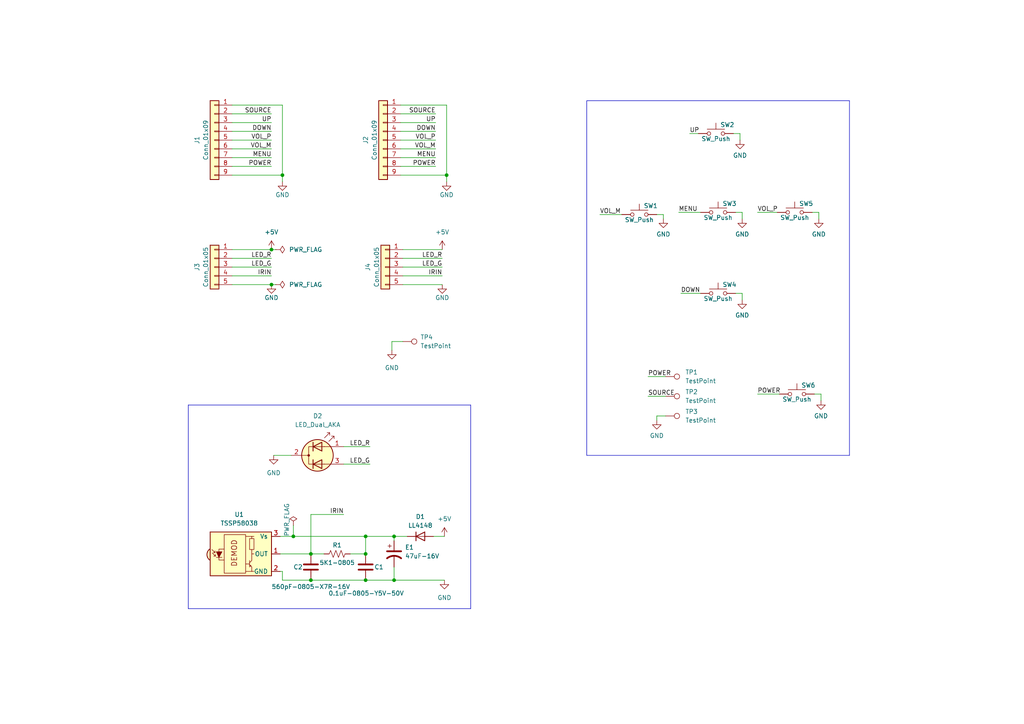
<source format=kicad_sch>
(kicad_sch (version 20230121) (generator eeschema)

  (uuid e63e39d7-6ac0-4ffd-8aa3-1841a4541b55)

  (paper "A4")

  (title_block
    (title "Monitor OSD Control Board")
    (date "2023-01-21")
    (rev "4")
    (company "Amos Home")
  )

  (lib_symbols
    (symbol "+5V_1" (power) (pin_names (offset 0)) (in_bom yes) (on_board yes)
      (property "Reference" "#PWR" (at 0 -3.81 0)
        (effects (font (size 1.27 1.27)) hide)
      )
      (property "Value" "+5V_1" (at 0 3.556 0)
        (effects (font (size 1.27 1.27)))
      )
      (property "Footprint" "" (at 0 0 0)
        (effects (font (size 1.27 1.27)) hide)
      )
      (property "Datasheet" "" (at 0 0 0)
        (effects (font (size 1.27 1.27)) hide)
      )
      (property "ki_keywords" "global power" (at 0 0 0)
        (effects (font (size 1.27 1.27)) hide)
      )
      (property "ki_description" "Power symbol creates a global label with name \"+5V\"" (at 0 0 0)
        (effects (font (size 1.27 1.27)) hide)
      )
      (symbol "+5V_1_0_1"
        (polyline
          (pts
            (xy -0.762 1.27)
            (xy 0 2.54)
          )
          (stroke (width 0) (type default))
          (fill (type none))
        )
        (polyline
          (pts
            (xy 0 0)
            (xy 0 2.54)
          )
          (stroke (width 0) (type default))
          (fill (type none))
        )
        (polyline
          (pts
            (xy 0 2.54)
            (xy 0.762 1.27)
          )
          (stroke (width 0) (type default))
          (fill (type none))
        )
      )
      (symbol "+5V_1_1_1"
        (pin power_in line (at 0 0 90) (length 0) hide
          (name "+5V" (effects (font (size 1.27 1.27))))
          (number "1" (effects (font (size 1.27 1.27))))
        )
      )
    )
    (symbol "Connector:TestPoint" (pin_numbers hide) (pin_names (offset 0.762) hide) (in_bom yes) (on_board yes)
      (property "Reference" "TP" (at 0 6.858 0)
        (effects (font (size 1.27 1.27)))
      )
      (property "Value" "TestPoint" (at 0 5.08 0)
        (effects (font (size 1.27 1.27)))
      )
      (property "Footprint" "" (at 5.08 0 0)
        (effects (font (size 1.27 1.27)) hide)
      )
      (property "Datasheet" "~" (at 5.08 0 0)
        (effects (font (size 1.27 1.27)) hide)
      )
      (property "ki_keywords" "test point tp" (at 0 0 0)
        (effects (font (size 1.27 1.27)) hide)
      )
      (property "ki_description" "test point" (at 0 0 0)
        (effects (font (size 1.27 1.27)) hide)
      )
      (property "ki_fp_filters" "Pin* Test*" (at 0 0 0)
        (effects (font (size 1.27 1.27)) hide)
      )
      (symbol "TestPoint_0_1"
        (circle (center 0 3.302) (radius 0.762)
          (stroke (width 0) (type default))
          (fill (type none))
        )
      )
      (symbol "TestPoint_1_1"
        (pin passive line (at 0 0 90) (length 2.54)
          (name "1" (effects (font (size 1.27 1.27))))
          (number "1" (effects (font (size 1.27 1.27))))
        )
      )
    )
    (symbol "Connector_Generic:Conn_01x05" (pin_names (offset 1.016) hide) (in_bom yes) (on_board yes)
      (property "Reference" "J" (at 0 7.62 0)
        (effects (font (size 1.27 1.27)))
      )
      (property "Value" "Conn_01x05" (at 0 -7.62 0)
        (effects (font (size 1.27 1.27)))
      )
      (property "Footprint" "" (at 0 0 0)
        (effects (font (size 1.27 1.27)) hide)
      )
      (property "Datasheet" "~" (at 0 0 0)
        (effects (font (size 1.27 1.27)) hide)
      )
      (property "ki_keywords" "connector" (at 0 0 0)
        (effects (font (size 1.27 1.27)) hide)
      )
      (property "ki_description" "Generic connector, single row, 01x05, script generated (kicad-library-utils/schlib/autogen/connector/)" (at 0 0 0)
        (effects (font (size 1.27 1.27)) hide)
      )
      (property "ki_fp_filters" "Connector*:*_1x??_*" (at 0 0 0)
        (effects (font (size 1.27 1.27)) hide)
      )
      (symbol "Conn_01x05_1_1"
        (rectangle (start -1.27 -4.953) (end 0 -5.207)
          (stroke (width 0.1524) (type default))
          (fill (type none))
        )
        (rectangle (start -1.27 -2.413) (end 0 -2.667)
          (stroke (width 0.1524) (type default))
          (fill (type none))
        )
        (rectangle (start -1.27 0.127) (end 0 -0.127)
          (stroke (width 0.1524) (type default))
          (fill (type none))
        )
        (rectangle (start -1.27 2.667) (end 0 2.413)
          (stroke (width 0.1524) (type default))
          (fill (type none))
        )
        (rectangle (start -1.27 5.207) (end 0 4.953)
          (stroke (width 0.1524) (type default))
          (fill (type none))
        )
        (rectangle (start -1.27 6.35) (end 1.27 -6.35)
          (stroke (width 0.254) (type default))
          (fill (type background))
        )
        (pin passive line (at -5.08 5.08 0) (length 3.81)
          (name "Pin_1" (effects (font (size 1.27 1.27))))
          (number "1" (effects (font (size 1.27 1.27))))
        )
        (pin passive line (at -5.08 2.54 0) (length 3.81)
          (name "Pin_2" (effects (font (size 1.27 1.27))))
          (number "2" (effects (font (size 1.27 1.27))))
        )
        (pin passive line (at -5.08 0 0) (length 3.81)
          (name "Pin_3" (effects (font (size 1.27 1.27))))
          (number "3" (effects (font (size 1.27 1.27))))
        )
        (pin passive line (at -5.08 -2.54 0) (length 3.81)
          (name "Pin_4" (effects (font (size 1.27 1.27))))
          (number "4" (effects (font (size 1.27 1.27))))
        )
        (pin passive line (at -5.08 -5.08 0) (length 3.81)
          (name "Pin_5" (effects (font (size 1.27 1.27))))
          (number "5" (effects (font (size 1.27 1.27))))
        )
      )
    )
    (symbol "Connector_Generic:Conn_01x09" (pin_names (offset 1.016) hide) (in_bom yes) (on_board yes)
      (property "Reference" "J" (at 0 12.7 0)
        (effects (font (size 1.27 1.27)))
      )
      (property "Value" "Conn_01x09" (at 0 -12.7 0)
        (effects (font (size 1.27 1.27)))
      )
      (property "Footprint" "" (at 0 0 0)
        (effects (font (size 1.27 1.27)) hide)
      )
      (property "Datasheet" "~" (at 0 0 0)
        (effects (font (size 1.27 1.27)) hide)
      )
      (property "ki_keywords" "connector" (at 0 0 0)
        (effects (font (size 1.27 1.27)) hide)
      )
      (property "ki_description" "Generic connector, single row, 01x09, script generated (kicad-library-utils/schlib/autogen/connector/)" (at 0 0 0)
        (effects (font (size 1.27 1.27)) hide)
      )
      (property "ki_fp_filters" "Connector*:*_1x??_*" (at 0 0 0)
        (effects (font (size 1.27 1.27)) hide)
      )
      (symbol "Conn_01x09_1_1"
        (rectangle (start -1.27 -10.033) (end 0 -10.287)
          (stroke (width 0.1524) (type default))
          (fill (type none))
        )
        (rectangle (start -1.27 -7.493) (end 0 -7.747)
          (stroke (width 0.1524) (type default))
          (fill (type none))
        )
        (rectangle (start -1.27 -4.953) (end 0 -5.207)
          (stroke (width 0.1524) (type default))
          (fill (type none))
        )
        (rectangle (start -1.27 -2.413) (end 0 -2.667)
          (stroke (width 0.1524) (type default))
          (fill (type none))
        )
        (rectangle (start -1.27 0.127) (end 0 -0.127)
          (stroke (width 0.1524) (type default))
          (fill (type none))
        )
        (rectangle (start -1.27 2.667) (end 0 2.413)
          (stroke (width 0.1524) (type default))
          (fill (type none))
        )
        (rectangle (start -1.27 5.207) (end 0 4.953)
          (stroke (width 0.1524) (type default))
          (fill (type none))
        )
        (rectangle (start -1.27 7.747) (end 0 7.493)
          (stroke (width 0.1524) (type default))
          (fill (type none))
        )
        (rectangle (start -1.27 10.287) (end 0 10.033)
          (stroke (width 0.1524) (type default))
          (fill (type none))
        )
        (rectangle (start -1.27 11.43) (end 1.27 -11.43)
          (stroke (width 0.254) (type default))
          (fill (type background))
        )
        (pin passive line (at -5.08 10.16 0) (length 3.81)
          (name "Pin_1" (effects (font (size 1.27 1.27))))
          (number "1" (effects (font (size 1.27 1.27))))
        )
        (pin passive line (at -5.08 7.62 0) (length 3.81)
          (name "Pin_2" (effects (font (size 1.27 1.27))))
          (number "2" (effects (font (size 1.27 1.27))))
        )
        (pin passive line (at -5.08 5.08 0) (length 3.81)
          (name "Pin_3" (effects (font (size 1.27 1.27))))
          (number "3" (effects (font (size 1.27 1.27))))
        )
        (pin passive line (at -5.08 2.54 0) (length 3.81)
          (name "Pin_4" (effects (font (size 1.27 1.27))))
          (number "4" (effects (font (size 1.27 1.27))))
        )
        (pin passive line (at -5.08 0 0) (length 3.81)
          (name "Pin_5" (effects (font (size 1.27 1.27))))
          (number "5" (effects (font (size 1.27 1.27))))
        )
        (pin passive line (at -5.08 -2.54 0) (length 3.81)
          (name "Pin_6" (effects (font (size 1.27 1.27))))
          (number "6" (effects (font (size 1.27 1.27))))
        )
        (pin passive line (at -5.08 -5.08 0) (length 3.81)
          (name "Pin_7" (effects (font (size 1.27 1.27))))
          (number "7" (effects (font (size 1.27 1.27))))
        )
        (pin passive line (at -5.08 -7.62 0) (length 3.81)
          (name "Pin_8" (effects (font (size 1.27 1.27))))
          (number "8" (effects (font (size 1.27 1.27))))
        )
        (pin passive line (at -5.08 -10.16 0) (length 3.81)
          (name "Pin_9" (effects (font (size 1.27 1.27))))
          (number "9" (effects (font (size 1.27 1.27))))
        )
      )
    )
    (symbol "Device:C" (pin_numbers hide) (pin_names (offset 0.254)) (in_bom yes) (on_board yes)
      (property "Reference" "C" (at 0.635 2.54 0)
        (effects (font (size 1.27 1.27)) (justify left))
      )
      (property "Value" "C" (at 0.635 -2.54 0)
        (effects (font (size 1.27 1.27)) (justify left))
      )
      (property "Footprint" "" (at 0.9652 -3.81 0)
        (effects (font (size 1.27 1.27)) hide)
      )
      (property "Datasheet" "~" (at 0 0 0)
        (effects (font (size 1.27 1.27)) hide)
      )
      (property "ki_keywords" "cap capacitor" (at 0 0 0)
        (effects (font (size 1.27 1.27)) hide)
      )
      (property "ki_description" "Unpolarized capacitor" (at 0 0 0)
        (effects (font (size 1.27 1.27)) hide)
      )
      (property "ki_fp_filters" "C_*" (at 0 0 0)
        (effects (font (size 1.27 1.27)) hide)
      )
      (symbol "C_0_1"
        (polyline
          (pts
            (xy -2.032 -0.762)
            (xy 2.032 -0.762)
          )
          (stroke (width 0.508) (type default))
          (fill (type none))
        )
        (polyline
          (pts
            (xy -2.032 0.762)
            (xy 2.032 0.762)
          )
          (stroke (width 0.508) (type default))
          (fill (type none))
        )
      )
      (symbol "C_1_1"
        (pin passive line (at 0 3.81 270) (length 2.794)
          (name "~" (effects (font (size 1.27 1.27))))
          (number "1" (effects (font (size 1.27 1.27))))
        )
        (pin passive line (at 0 -3.81 90) (length 2.794)
          (name "~" (effects (font (size 1.27 1.27))))
          (number "2" (effects (font (size 1.27 1.27))))
        )
      )
    )
    (symbol "Device:C_Polarized_US" (pin_numbers hide) (pin_names (offset 0.254) hide) (in_bom yes) (on_board yes)
      (property "Reference" "C" (at 0.635 2.54 0)
        (effects (font (size 1.27 1.27)) (justify left))
      )
      (property "Value" "C_Polarized_US" (at 0.635 -2.54 0)
        (effects (font (size 1.27 1.27)) (justify left))
      )
      (property "Footprint" "" (at 0 0 0)
        (effects (font (size 1.27 1.27)) hide)
      )
      (property "Datasheet" "~" (at 0 0 0)
        (effects (font (size 1.27 1.27)) hide)
      )
      (property "ki_keywords" "cap capacitor" (at 0 0 0)
        (effects (font (size 1.27 1.27)) hide)
      )
      (property "ki_description" "Polarized capacitor, US symbol" (at 0 0 0)
        (effects (font (size 1.27 1.27)) hide)
      )
      (property "ki_fp_filters" "CP_*" (at 0 0 0)
        (effects (font (size 1.27 1.27)) hide)
      )
      (symbol "C_Polarized_US_0_1"
        (polyline
          (pts
            (xy -2.032 0.762)
            (xy 2.032 0.762)
          )
          (stroke (width 0.508) (type default))
          (fill (type none))
        )
        (polyline
          (pts
            (xy -1.778 2.286)
            (xy -0.762 2.286)
          )
          (stroke (width 0) (type default))
          (fill (type none))
        )
        (polyline
          (pts
            (xy -1.27 1.778)
            (xy -1.27 2.794)
          )
          (stroke (width 0) (type default))
          (fill (type none))
        )
        (arc (start 2.032 -1.27) (mid 0 -0.5572) (end -2.032 -1.27)
          (stroke (width 0.508) (type default))
          (fill (type none))
        )
      )
      (symbol "C_Polarized_US_1_1"
        (pin passive line (at 0 3.81 270) (length 2.794)
          (name "~" (effects (font (size 1.27 1.27))))
          (number "1" (effects (font (size 1.27 1.27))))
        )
        (pin passive line (at 0 -3.81 90) (length 3.302)
          (name "~" (effects (font (size 1.27 1.27))))
          (number "2" (effects (font (size 1.27 1.27))))
        )
      )
    )
    (symbol "Device:LED_Dual_AKA" (pin_names (offset 0) hide) (in_bom yes) (on_board yes)
      (property "Reference" "D" (at 0 5.715 0)
        (effects (font (size 1.27 1.27)))
      )
      (property "Value" "LED_Dual_AKA" (at 0 -6.35 0)
        (effects (font (size 1.27 1.27)))
      )
      (property "Footprint" "" (at 0 0 0)
        (effects (font (size 1.27 1.27)) hide)
      )
      (property "Datasheet" "~" (at 0 0 0)
        (effects (font (size 1.27 1.27)) hide)
      )
      (property "ki_keywords" "LED diode bicolor dual" (at 0 0 0)
        (effects (font (size 1.27 1.27)) hide)
      )
      (property "ki_description" "Dual LED, common cathode on pin 2" (at 0 0 0)
        (effects (font (size 1.27 1.27)) hide)
      )
      (property "ki_fp_filters" "LED* LED_SMD:* LED_THT:*" (at 0 0 0)
        (effects (font (size 1.27 1.27)) hide)
      )
      (symbol "LED_Dual_AKA_0_1"
        (circle (center -2.54 0) (radius 0.2794)
          (stroke (width 0) (type default))
          (fill (type outline))
        )
        (polyline
          (pts
            (xy -4.572 0)
            (xy -2.54 0)
          )
          (stroke (width 0) (type default))
          (fill (type none))
        )
        (polyline
          (pts
            (xy -1.27 -1.27)
            (xy -1.27 -3.81)
          )
          (stroke (width 0.254) (type default))
          (fill (type none))
        )
        (polyline
          (pts
            (xy -1.27 1.27)
            (xy -1.27 3.81)
          )
          (stroke (width 0.254) (type default))
          (fill (type none))
        )
        (polyline
          (pts
            (xy 3.81 -2.54)
            (xy 1.905 -2.54)
          )
          (stroke (width 0) (type default))
          (fill (type none))
        )
        (polyline
          (pts
            (xy 3.81 2.54)
            (xy 1.905 2.54)
          )
          (stroke (width 0) (type default))
          (fill (type none))
        )
        (polyline
          (pts
            (xy 1.27 -3.81)
            (xy 1.27 -1.27)
            (xy -1.27 -2.54)
            (xy 1.27 -3.81)
          )
          (stroke (width 0.254) (type default))
          (fill (type none))
        )
        (polyline
          (pts
            (xy 1.27 1.27)
            (xy 1.27 3.81)
            (xy -1.27 2.54)
            (xy 1.27 1.27)
          )
          (stroke (width 0.254) (type default))
          (fill (type none))
        )
        (polyline
          (pts
            (xy 2.032 2.54)
            (xy -2.54 2.54)
            (xy -2.54 -2.54)
            (xy 2.032 -2.54)
          )
          (stroke (width 0) (type default))
          (fill (type none))
        )
        (polyline
          (pts
            (xy 2.032 5.08)
            (xy 3.556 6.604)
            (xy 2.794 6.604)
            (xy 3.556 6.604)
            (xy 3.556 5.842)
          )
          (stroke (width 0) (type default))
          (fill (type none))
        )
        (polyline
          (pts
            (xy 3.302 4.064)
            (xy 4.826 5.588)
            (xy 4.064 5.588)
            (xy 4.826 5.588)
            (xy 4.826 4.826)
          )
          (stroke (width 0) (type default))
          (fill (type none))
        )
        (circle (center 0 0) (radius 4.572)
          (stroke (width 0.254) (type default))
          (fill (type background))
        )
      )
      (symbol "LED_Dual_AKA_1_1"
        (pin input line (at 7.62 2.54 180) (length 3.81)
          (name "A1" (effects (font (size 1.27 1.27))))
          (number "1" (effects (font (size 1.27 1.27))))
        )
        (pin input line (at -7.62 0 0) (length 3.048)
          (name "K" (effects (font (size 1.27 1.27))))
          (number "2" (effects (font (size 1.27 1.27))))
        )
        (pin input line (at 7.62 -2.54 180) (length 3.81)
          (name "A2" (effects (font (size 1.27 1.27))))
          (number "3" (effects (font (size 1.27 1.27))))
        )
      )
    )
    (symbol "Device:R_US" (pin_numbers hide) (pin_names (offset 0)) (in_bom yes) (on_board yes)
      (property "Reference" "R" (at 2.54 0 90)
        (effects (font (size 1.27 1.27)))
      )
      (property "Value" "R_US" (at -2.54 0 90)
        (effects (font (size 1.27 1.27)))
      )
      (property "Footprint" "" (at 1.016 -0.254 90)
        (effects (font (size 1.27 1.27)) hide)
      )
      (property "Datasheet" "~" (at 0 0 0)
        (effects (font (size 1.27 1.27)) hide)
      )
      (property "ki_keywords" "R res resistor" (at 0 0 0)
        (effects (font (size 1.27 1.27)) hide)
      )
      (property "ki_description" "Resistor, US symbol" (at 0 0 0)
        (effects (font (size 1.27 1.27)) hide)
      )
      (property "ki_fp_filters" "R_*" (at 0 0 0)
        (effects (font (size 1.27 1.27)) hide)
      )
      (symbol "R_US_0_1"
        (polyline
          (pts
            (xy 0 -2.286)
            (xy 0 -2.54)
          )
          (stroke (width 0) (type default))
          (fill (type none))
        )
        (polyline
          (pts
            (xy 0 2.286)
            (xy 0 2.54)
          )
          (stroke (width 0) (type default))
          (fill (type none))
        )
        (polyline
          (pts
            (xy 0 -0.762)
            (xy 1.016 -1.143)
            (xy 0 -1.524)
            (xy -1.016 -1.905)
            (xy 0 -2.286)
          )
          (stroke (width 0) (type default))
          (fill (type none))
        )
        (polyline
          (pts
            (xy 0 0.762)
            (xy 1.016 0.381)
            (xy 0 0)
            (xy -1.016 -0.381)
            (xy 0 -0.762)
          )
          (stroke (width 0) (type default))
          (fill (type none))
        )
        (polyline
          (pts
            (xy 0 2.286)
            (xy 1.016 1.905)
            (xy 0 1.524)
            (xy -1.016 1.143)
            (xy 0 0.762)
          )
          (stroke (width 0) (type default))
          (fill (type none))
        )
      )
      (symbol "R_US_1_1"
        (pin passive line (at 0 3.81 270) (length 1.27)
          (name "~" (effects (font (size 1.27 1.27))))
          (number "1" (effects (font (size 1.27 1.27))))
        )
        (pin passive line (at 0 -3.81 90) (length 1.27)
          (name "~" (effects (font (size 1.27 1.27))))
          (number "2" (effects (font (size 1.27 1.27))))
        )
      )
    )
    (symbol "Diode:LL4148" (pin_numbers hide) (pin_names hide) (in_bom yes) (on_board yes)
      (property "Reference" "D" (at 0 2.54 0)
        (effects (font (size 1.27 1.27)))
      )
      (property "Value" "LL4148" (at 0 -2.54 0)
        (effects (font (size 1.27 1.27)))
      )
      (property "Footprint" "Diode_SMD:D_MiniMELF" (at 0 -4.445 0)
        (effects (font (size 1.27 1.27)) hide)
      )
      (property "Datasheet" "http://www.vishay.com/docs/85557/ll4148.pdf" (at 0 0 0)
        (effects (font (size 1.27 1.27)) hide)
      )
      (property "ki_keywords" "diode" (at 0 0 0)
        (effects (font (size 1.27 1.27)) hide)
      )
      (property "ki_description" "100V 0.15A standard switching diode, MiniMELF" (at 0 0 0)
        (effects (font (size 1.27 1.27)) hide)
      )
      (property "ki_fp_filters" "D*MiniMELF*" (at 0 0 0)
        (effects (font (size 1.27 1.27)) hide)
      )
      (symbol "LL4148_0_1"
        (polyline
          (pts
            (xy -1.27 1.27)
            (xy -1.27 -1.27)
          )
          (stroke (width 0.254) (type default))
          (fill (type none))
        )
        (polyline
          (pts
            (xy 1.27 0)
            (xy -1.27 0)
          )
          (stroke (width 0) (type default))
          (fill (type none))
        )
        (polyline
          (pts
            (xy 1.27 1.27)
            (xy 1.27 -1.27)
            (xy -1.27 0)
            (xy 1.27 1.27)
          )
          (stroke (width 0.254) (type default))
          (fill (type none))
        )
      )
      (symbol "LL4148_1_1"
        (pin passive line (at -3.81 0 0) (length 2.54)
          (name "K" (effects (font (size 1.27 1.27))))
          (number "1" (effects (font (size 1.27 1.27))))
        )
        (pin passive line (at 3.81 0 180) (length 2.54)
          (name "A" (effects (font (size 1.27 1.27))))
          (number "2" (effects (font (size 1.27 1.27))))
        )
      )
    )
    (symbol "GND_1" (power) (pin_names (offset 0)) (in_bom yes) (on_board yes)
      (property "Reference" "#PWR" (at 0 -6.35 0)
        (effects (font (size 1.27 1.27)) hide)
      )
      (property "Value" "GND_1" (at 0 -3.81 0)
        (effects (font (size 1.27 1.27)))
      )
      (property "Footprint" "" (at 0 0 0)
        (effects (font (size 1.27 1.27)) hide)
      )
      (property "Datasheet" "" (at 0 0 0)
        (effects (font (size 1.27 1.27)) hide)
      )
      (property "ki_keywords" "global power" (at 0 0 0)
        (effects (font (size 1.27 1.27)) hide)
      )
      (property "ki_description" "Power symbol creates a global label with name \"GND\" , ground" (at 0 0 0)
        (effects (font (size 1.27 1.27)) hide)
      )
      (symbol "GND_1_0_1"
        (polyline
          (pts
            (xy 0 0)
            (xy 0 -1.27)
            (xy 1.27 -1.27)
            (xy 0 -2.54)
            (xy -1.27 -1.27)
            (xy 0 -1.27)
          )
          (stroke (width 0) (type default))
          (fill (type none))
        )
      )
      (symbol "GND_1_1_1"
        (pin power_in line (at 0 0 270) (length 0) hide
          (name "GND" (effects (font (size 1.27 1.27))))
          (number "1" (effects (font (size 1.27 1.27))))
        )
      )
    )
    (symbol "GND_4" (power) (pin_names (offset 0)) (in_bom yes) (on_board yes)
      (property "Reference" "#PWR" (at 0 -6.35 0)
        (effects (font (size 1.27 1.27)) hide)
      )
      (property "Value" "GND_4" (at 0 -3.81 0)
        (effects (font (size 1.27 1.27)))
      )
      (property "Footprint" "" (at 0 0 0)
        (effects (font (size 1.27 1.27)) hide)
      )
      (property "Datasheet" "" (at 0 0 0)
        (effects (font (size 1.27 1.27)) hide)
      )
      (property "ki_keywords" "global power" (at 0 0 0)
        (effects (font (size 1.27 1.27)) hide)
      )
      (property "ki_description" "Power symbol creates a global label with name \"GND\" , ground" (at 0 0 0)
        (effects (font (size 1.27 1.27)) hide)
      )
      (symbol "GND_4_0_1"
        (polyline
          (pts
            (xy 0 0)
            (xy 0 -1.27)
            (xy 1.27 -1.27)
            (xy 0 -2.54)
            (xy -1.27 -1.27)
            (xy 0 -1.27)
          )
          (stroke (width 0) (type default))
          (fill (type none))
        )
      )
      (symbol "GND_4_1_1"
        (pin power_in line (at 0 0 270) (length 0) hide
          (name "GND" (effects (font (size 1.27 1.27))))
          (number "1" (effects (font (size 1.27 1.27))))
        )
      )
    )
    (symbol "Sensor_Proximity:TSSP58038SS1XB" (pin_names (offset 1.016)) (in_bom yes) (on_board yes)
      (property "Reference" "U" (at -10.16 7.62 0)
        (effects (font (size 1.27 1.27)) (justify left))
      )
      (property "Value" "TSSP58038SS1XB" (at -10.16 -7.62 0)
        (effects (font (size 1.27 1.27)) (justify left))
      )
      (property "Footprint" "OptoDevice:Vishay_MINICAST-3Pin" (at -1.27 -9.525 0)
        (effects (font (size 1.27 1.27)) hide)
      )
      (property "Datasheet" "http://www.vishay.com/docs/82740/tssp58038ss1xb.pdf" (at 16.51 7.62 0)
        (effects (font (size 1.27 1.27)) hide)
      )
      (property "ki_keywords" "opto IR receiver light barrier" (at 0 0 0)
        (effects (font (size 1.27 1.27)) hide)
      )
      (property "ki_description" "IR Receiver Module for Light Barrier Systems" (at 0 0 0)
        (effects (font (size 1.27 1.27)) hide)
      )
      (property "ki_fp_filters" "Vishay*MINICAST*" (at 0 0 0)
        (effects (font (size 1.27 1.27)) hide)
      )
      (symbol "TSSP58038SS1XB_0_0"
        (arc (start -10.287 1.397) (mid -11.0899 -0.1852) (end -10.287 -1.778)
          (stroke (width 0.254) (type default))
          (fill (type background))
        )
        (polyline
          (pts
            (xy 1.905 -5.08)
            (xy 0.127 -5.08)
          )
          (stroke (width 0) (type default))
          (fill (type none))
        )
        (polyline
          (pts
            (xy 1.905 5.08)
            (xy 0.127 5.08)
          )
          (stroke (width 0) (type default))
          (fill (type none))
        )
        (text "DEMOD" (at -3.175 0.254 900)
          (effects (font (size 1.524 1.524)))
        )
      )
      (symbol "TSSP58038SS1XB_0_1"
        (rectangle (start -6.096 5.588) (end 0.127 -5.588)
          (stroke (width 0) (type default))
          (fill (type none))
        )
        (polyline
          (pts
            (xy -8.763 0.381)
            (xy -9.652 1.27)
          )
          (stroke (width 0) (type default))
          (fill (type none))
        )
        (polyline
          (pts
            (xy -8.763 0.381)
            (xy -9.271 0.381)
          )
          (stroke (width 0) (type default))
          (fill (type none))
        )
        (polyline
          (pts
            (xy -8.763 0.381)
            (xy -8.763 0.889)
          )
          (stroke (width 0) (type default))
          (fill (type none))
        )
        (polyline
          (pts
            (xy -8.636 -0.635)
            (xy -9.525 0.254)
          )
          (stroke (width 0) (type default))
          (fill (type none))
        )
        (polyline
          (pts
            (xy -8.636 -0.635)
            (xy -9.144 -0.635)
          )
          (stroke (width 0) (type default))
          (fill (type none))
        )
        (polyline
          (pts
            (xy -8.636 -0.635)
            (xy -8.636 -0.127)
          )
          (stroke (width 0) (type default))
          (fill (type none))
        )
        (polyline
          (pts
            (xy -8.382 -1.016)
            (xy -6.731 -1.016)
          )
          (stroke (width 0) (type default))
          (fill (type none))
        )
        (polyline
          (pts
            (xy 1.27 -2.921)
            (xy 0.127 -2.921)
          )
          (stroke (width 0) (type default))
          (fill (type none))
        )
        (polyline
          (pts
            (xy 1.27 -1.905)
            (xy 1.27 -3.81)
          )
          (stroke (width 0) (type default))
          (fill (type none))
        )
        (polyline
          (pts
            (xy 1.397 -3.556)
            (xy 1.524 -3.556)
          )
          (stroke (width 0) (type default))
          (fill (type none))
        )
        (polyline
          (pts
            (xy 1.651 -3.556)
            (xy 1.524 -3.556)
          )
          (stroke (width 0) (type default))
          (fill (type none))
        )
        (polyline
          (pts
            (xy 1.651 -3.556)
            (xy 1.651 -3.302)
          )
          (stroke (width 0) (type default))
          (fill (type none))
        )
        (polyline
          (pts
            (xy 1.905 0)
            (xy 1.905 1.27)
          )
          (stroke (width 0) (type default))
          (fill (type none))
        )
        (polyline
          (pts
            (xy 1.905 4.445)
            (xy 1.905 5.08)
            (xy 2.54 5.08)
          )
          (stroke (width 0) (type default))
          (fill (type none))
        )
        (polyline
          (pts
            (xy -8.382 0.635)
            (xy -6.731 0.635)
            (xy -7.62 -1.016)
            (xy -8.382 0.635)
          )
          (stroke (width 0) (type default))
          (fill (type outline))
        )
        (polyline
          (pts
            (xy -6.096 1.397)
            (xy -7.62 1.397)
            (xy -7.62 -1.778)
            (xy -6.096 -1.778)
          )
          (stroke (width 0) (type default))
          (fill (type none))
        )
        (polyline
          (pts
            (xy 1.27 -3.175)
            (xy 1.905 -3.81)
            (xy 1.905 -5.08)
            (xy 2.54 -5.08)
          )
          (stroke (width 0) (type default))
          (fill (type none))
        )
        (polyline
          (pts
            (xy 1.27 -2.54)
            (xy 1.905 -1.905)
            (xy 1.905 0)
            (xy 2.54 0)
          )
          (stroke (width 0) (type default))
          (fill (type none))
        )
        (rectangle (start 2.54 1.27) (end 1.27 4.445)
          (stroke (width 0) (type default))
          (fill (type none))
        )
        (rectangle (start 7.62 6.35) (end -10.16 -6.35)
          (stroke (width 0.254) (type default))
          (fill (type background))
        )
      )
      (symbol "TSSP58038SS1XB_1_1"
        (pin output line (at 10.16 0 180) (length 2.54)
          (name "OUT" (effects (font (size 1.27 1.27))))
          (number "1" (effects (font (size 1.27 1.27))))
        )
        (pin power_in line (at 10.16 -5.08 180) (length 2.54)
          (name "GND" (effects (font (size 1.27 1.27))))
          (number "2" (effects (font (size 1.27 1.27))))
        )
        (pin power_in line (at 10.16 5.08 180) (length 2.54)
          (name "Vs" (effects (font (size 1.27 1.27))))
          (number "3" (effects (font (size 1.27 1.27))))
        )
      )
    )
    (symbol "Switch:SW_Push" (pin_numbers hide) (pin_names (offset 1.016) hide) (in_bom yes) (on_board yes)
      (property "Reference" "SW" (at 1.27 2.54 0)
        (effects (font (size 1.27 1.27)) (justify left))
      )
      (property "Value" "SW_Push" (at 0 -1.524 0)
        (effects (font (size 1.27 1.27)))
      )
      (property "Footprint" "" (at 0 5.08 0)
        (effects (font (size 1.27 1.27)) hide)
      )
      (property "Datasheet" "~" (at 0 5.08 0)
        (effects (font (size 1.27 1.27)) hide)
      )
      (property "ki_keywords" "switch normally-open pushbutton push-button" (at 0 0 0)
        (effects (font (size 1.27 1.27)) hide)
      )
      (property "ki_description" "Push button switch, generic, two pins" (at 0 0 0)
        (effects (font (size 1.27 1.27)) hide)
      )
      (symbol "SW_Push_0_1"
        (circle (center -2.032 0) (radius 0.508)
          (stroke (width 0) (type default))
          (fill (type none))
        )
        (polyline
          (pts
            (xy 0 1.27)
            (xy 0 3.048)
          )
          (stroke (width 0) (type default))
          (fill (type none))
        )
        (polyline
          (pts
            (xy 2.54 1.27)
            (xy -2.54 1.27)
          )
          (stroke (width 0) (type default))
          (fill (type none))
        )
        (circle (center 2.032 0) (radius 0.508)
          (stroke (width 0) (type default))
          (fill (type none))
        )
        (pin passive line (at -5.08 0 0) (length 2.54)
          (name "1" (effects (font (size 1.27 1.27))))
          (number "1" (effects (font (size 1.27 1.27))))
        )
        (pin passive line (at 5.08 0 180) (length 2.54)
          (name "2" (effects (font (size 1.27 1.27))))
          (number "2" (effects (font (size 1.27 1.27))))
        )
      )
    )
    (symbol "power:+5V" (power) (pin_names (offset 0)) (in_bom yes) (on_board yes)
      (property "Reference" "#PWR" (at 0 -3.81 0)
        (effects (font (size 1.27 1.27)) hide)
      )
      (property "Value" "+5V" (at 0 3.556 0)
        (effects (font (size 1.27 1.27)))
      )
      (property "Footprint" "" (at 0 0 0)
        (effects (font (size 1.27 1.27)) hide)
      )
      (property "Datasheet" "" (at 0 0 0)
        (effects (font (size 1.27 1.27)) hide)
      )
      (property "ki_keywords" "power-flag" (at 0 0 0)
        (effects (font (size 1.27 1.27)) hide)
      )
      (property "ki_description" "Power symbol creates a global label with name \"+5V\"" (at 0 0 0)
        (effects (font (size 1.27 1.27)) hide)
      )
      (symbol "+5V_0_1"
        (polyline
          (pts
            (xy -0.762 1.27)
            (xy 0 2.54)
          )
          (stroke (width 0) (type default))
          (fill (type none))
        )
        (polyline
          (pts
            (xy 0 0)
            (xy 0 2.54)
          )
          (stroke (width 0) (type default))
          (fill (type none))
        )
        (polyline
          (pts
            (xy 0 2.54)
            (xy 0.762 1.27)
          )
          (stroke (width 0) (type default))
          (fill (type none))
        )
      )
      (symbol "+5V_1_1"
        (pin power_in line (at 0 0 90) (length 0) hide
          (name "+5V" (effects (font (size 1.27 1.27))))
          (number "1" (effects (font (size 1.27 1.27))))
        )
      )
    )
    (symbol "power:GND" (power) (pin_names (offset 0)) (in_bom yes) (on_board yes)
      (property "Reference" "#PWR" (at 0 -6.35 0)
        (effects (font (size 1.27 1.27)) hide)
      )
      (property "Value" "GND" (at 0 -3.81 0)
        (effects (font (size 1.27 1.27)))
      )
      (property "Footprint" "" (at 0 0 0)
        (effects (font (size 1.27 1.27)) hide)
      )
      (property "Datasheet" "" (at 0 0 0)
        (effects (font (size 1.27 1.27)) hide)
      )
      (property "ki_keywords" "power-flag" (at 0 0 0)
        (effects (font (size 1.27 1.27)) hide)
      )
      (property "ki_description" "Power symbol creates a global label with name \"GND\" , ground" (at 0 0 0)
        (effects (font (size 1.27 1.27)) hide)
      )
      (symbol "GND_0_1"
        (polyline
          (pts
            (xy 0 0)
            (xy 0 -1.27)
            (xy 1.27 -1.27)
            (xy 0 -2.54)
            (xy -1.27 -1.27)
            (xy 0 -1.27)
          )
          (stroke (width 0) (type default))
          (fill (type none))
        )
      )
      (symbol "GND_1_1"
        (pin power_in line (at 0 0 270) (length 0) hide
          (name "GND" (effects (font (size 1.27 1.27))))
          (number "1" (effects (font (size 1.27 1.27))))
        )
      )
    )
    (symbol "power:PWR_FLAG" (power) (pin_numbers hide) (pin_names (offset 0) hide) (in_bom yes) (on_board yes)
      (property "Reference" "#FLG" (at 0 1.905 0)
        (effects (font (size 1.27 1.27)) hide)
      )
      (property "Value" "PWR_FLAG" (at 0 3.81 0)
        (effects (font (size 1.27 1.27)))
      )
      (property "Footprint" "" (at 0 0 0)
        (effects (font (size 1.27 1.27)) hide)
      )
      (property "Datasheet" "~" (at 0 0 0)
        (effects (font (size 1.27 1.27)) hide)
      )
      (property "ki_keywords" "power-flag" (at 0 0 0)
        (effects (font (size 1.27 1.27)) hide)
      )
      (property "ki_description" "Special symbol for telling ERC where power comes from" (at 0 0 0)
        (effects (font (size 1.27 1.27)) hide)
      )
      (symbol "PWR_FLAG_0_0"
        (pin power_out line (at 0 0 90) (length 0)
          (name "pwr" (effects (font (size 1.27 1.27))))
          (number "1" (effects (font (size 1.27 1.27))))
        )
      )
      (symbol "PWR_FLAG_0_1"
        (polyline
          (pts
            (xy 0 0)
            (xy 0 1.27)
            (xy -1.016 1.905)
            (xy 0 2.54)
            (xy 1.016 1.905)
            (xy 0 1.27)
          )
          (stroke (width 0) (type default))
          (fill (type none))
        )
      )
    )
  )

  (junction (at 114.3 155.575) (diameter 0) (color 0 0 0 0)
    (uuid 1a599868-f836-4d8a-9da8-33ba027dbc62)
  )
  (junction (at 81.915 50.8) (diameter 0) (color 0 0 0 0)
    (uuid 3022e8a6-3480-4779-85c8-eff351277230)
  )
  (junction (at 106.045 155.575) (diameter 0) (color 0 0 0 0)
    (uuid 310f8a27-43bb-4a9c-9933-67257320f627)
  )
  (junction (at 90.17 160.655) (diameter 0) (color 0 0 0 0)
    (uuid 36c955f8-0024-442d-8f09-b484cb4fdb5b)
  )
  (junction (at 106.045 160.655) (diameter 0) (color 0 0 0 0)
    (uuid 7bb60925-eb10-4936-834f-cc8e036300e3)
  )
  (junction (at 106.045 168.275) (diameter 0) (color 0 0 0 0)
    (uuid 8761d2c4-6cc5-4682-af42-c65712bc422a)
  )
  (junction (at 90.17 168.275) (diameter 0) (color 0 0 0 0)
    (uuid 8fc126b8-e0e2-4990-a875-07b13aa2737c)
  )
  (junction (at 78.74 82.55) (diameter 0) (color 0 0 0 0)
    (uuid 990328c1-3a25-4e59-a5f3-66d678e41060)
  )
  (junction (at 129.54 50.8) (diameter 0) (color 0 0 0 0)
    (uuid 9f3cb24c-a1ef-4fcc-a568-c4f52b8628f6)
  )
  (junction (at 85.09 155.575) (diameter 0) (color 0 0 0 0)
    (uuid a2c1ac30-f095-4c06-aa76-f2664dc3dbd5)
  )
  (junction (at 114.3 168.275) (diameter 0) (color 0 0 0 0)
    (uuid e8caa90f-d32e-4577-ad69-87465278ff09)
  )
  (junction (at 78.74 72.39) (diameter 0) (color 0 0 0 0)
    (uuid f7e73e37-d293-45f5-8062-e2a50e9c937f)
  )

  (wire (pts (xy 67.31 35.56) (xy 78.74 35.56))
    (stroke (width 0) (type default))
    (uuid 070d45b9-fa1b-4715-89a2-2bcba5a114a1)
  )
  (polyline (pts (xy 170.18 29.21) (xy 246.38 29.21))
    (stroke (width 0) (type default))
    (uuid 07abfc64-dae4-4bc9-a9dc-a7881a2cbf55)
  )

  (wire (pts (xy 90.17 160.655) (xy 93.98 160.655))
    (stroke (width 0) (type default))
    (uuid 090700d3-5c83-4c34-8829-951b2548ed7a)
  )
  (polyline (pts (xy 136.525 176.53) (xy 136.525 117.475))
    (stroke (width 0) (type default))
    (uuid 0a0226d6-4675-44e6-a97a-8f33426e489f)
  )

  (wire (pts (xy 215.265 86.995) (xy 215.265 85.09))
    (stroke (width 0) (type default))
    (uuid 0dcce0c4-9b87-47cf-9662-fda9a9a5dadc)
  )
  (polyline (pts (xy 54.61 176.53) (xy 136.525 176.53))
    (stroke (width 0) (type default))
    (uuid 120b6eb4-6b53-4986-bddd-be41446ea453)
  )

  (wire (pts (xy 215.265 61.595) (xy 213.36 61.595))
    (stroke (width 0) (type default))
    (uuid 1546679c-579e-4356-adb7-901b9f60172a)
  )
  (wire (pts (xy 67.31 50.8) (xy 81.915 50.8))
    (stroke (width 0) (type default))
    (uuid 1b2b6e39-9a1d-4e56-848b-cd9e473a0ea4)
  )
  (wire (pts (xy 79.375 132.08) (xy 84.455 132.08))
    (stroke (width 0) (type default))
    (uuid 227b0550-e38c-4e3f-a3e4-84e8453a83ce)
  )
  (wire (pts (xy 67.31 33.02) (xy 78.74 33.02))
    (stroke (width 0) (type default))
    (uuid 22b3835f-ab88-42ee-ad6a-8641acfeec70)
  )
  (wire (pts (xy 114.3 164.465) (xy 114.3 168.275))
    (stroke (width 0) (type default))
    (uuid 2ad11926-b346-425d-b883-eea3f9a930a0)
  )
  (wire (pts (xy 106.045 155.575) (xy 114.3 155.575))
    (stroke (width 0) (type default))
    (uuid 2c7fa284-0dc0-48ec-b860-9fb48f45f31b)
  )
  (wire (pts (xy 190.5 121.92) (xy 190.5 120.65))
    (stroke (width 0) (type default))
    (uuid 2db7fe60-ce77-44a3-8456-e0fd6c46e07a)
  )
  (wire (pts (xy 113.665 101.6) (xy 113.665 99.06))
    (stroke (width 0) (type default))
    (uuid 33c1218c-88d3-4f36-b9bc-404efa87d067)
  )
  (wire (pts (xy 81.915 52.705) (xy 81.915 50.8))
    (stroke (width 0) (type default))
    (uuid 3731cf87-f27b-41dc-a632-066414bcf1ac)
  )
  (wire (pts (xy 90.17 149.225) (xy 90.17 160.655))
    (stroke (width 0) (type default))
    (uuid 392d67bc-ace9-4e7b-926f-4af267bf114e)
  )
  (wire (pts (xy 81.915 165.735) (xy 81.28 165.735))
    (stroke (width 0) (type default))
    (uuid 397d85f9-e01e-4988-9ca4-933017494cec)
  )
  (wire (pts (xy 203.2 85.09) (xy 197.485 85.09))
    (stroke (width 0) (type default))
    (uuid 3a900b04-4d2c-4633-8bd1-a742225b658c)
  )
  (wire (pts (xy 125.73 155.575) (xy 128.905 155.575))
    (stroke (width 0) (type default))
    (uuid 3c3a6d45-e6ce-4694-ad50-dd1d99e6f64c)
  )
  (wire (pts (xy 101.6 160.655) (xy 106.045 160.655))
    (stroke (width 0) (type default))
    (uuid 3e0b8cec-3bb2-4cd4-9ea0-1ec9df74801d)
  )
  (wire (pts (xy 67.31 77.47) (xy 78.74 77.47))
    (stroke (width 0) (type default))
    (uuid 41123248-bfb6-4211-8467-567dfb273130)
  )
  (wire (pts (xy 81.915 30.48) (xy 67.31 30.48))
    (stroke (width 0) (type default))
    (uuid 43867d60-566a-4bb4-ab46-67cdea658901)
  )
  (wire (pts (xy 116.84 77.47) (xy 128.27 77.47))
    (stroke (width 0) (type default))
    (uuid 4eb70ed7-d73a-4d7d-829e-c8d3ee7773d1)
  )
  (wire (pts (xy 114.3 155.575) (xy 118.11 155.575))
    (stroke (width 0) (type default))
    (uuid 4fbac5ff-0a8c-4a7d-b902-627e58e24c17)
  )
  (wire (pts (xy 226.06 114.3) (xy 219.71 114.3))
    (stroke (width 0) (type default))
    (uuid 585a1225-b1fb-44e7-bfb6-41256b14959e)
  )
  (wire (pts (xy 81.28 160.655) (xy 90.17 160.655))
    (stroke (width 0) (type default))
    (uuid 5e926675-6dbf-4b9b-879f-4cebd2ee06a3)
  )
  (wire (pts (xy 215.265 85.09) (xy 213.36 85.09))
    (stroke (width 0) (type default))
    (uuid 65db8ce9-d809-4a2c-a36c-01515ff680bd)
  )
  (wire (pts (xy 78.74 72.39) (xy 80.01 72.39))
    (stroke (width 0) (type default))
    (uuid 66a32620-c2d4-449c-91d5-1ead76989757)
  )
  (wire (pts (xy 238.125 114.3) (xy 236.22 114.3))
    (stroke (width 0) (type default))
    (uuid 6b4cd446-9492-4436-80dc-11b42bee0c8e)
  )
  (wire (pts (xy 81.915 30.48) (xy 81.915 50.8))
    (stroke (width 0) (type default))
    (uuid 6c22ae24-e656-45e0-b34d-228c6ff08907)
  )
  (wire (pts (xy 81.28 155.575) (xy 85.09 155.575))
    (stroke (width 0) (type default))
    (uuid 6fa022e9-3a98-4d7e-a336-ef657c277454)
  )
  (wire (pts (xy 214.63 38.735) (xy 212.725 38.735))
    (stroke (width 0) (type default))
    (uuid 7150757a-77c6-4f45-9175-03d6ff929f37)
  )
  (wire (pts (xy 106.045 168.275) (xy 114.3 168.275))
    (stroke (width 0) (type default))
    (uuid 73168dd2-5469-4de1-bc75-0df2db6eb8cd)
  )
  (polyline (pts (xy 170.18 29.21) (xy 170.18 132.08))
    (stroke (width 0) (type default))
    (uuid 75287b0f-0551-4fcc-9bec-242fe12f5d6d)
  )

  (wire (pts (xy 187.96 114.935) (xy 193.04 114.935))
    (stroke (width 0) (type default))
    (uuid 76109d5a-3a11-4210-b1c0-51d083b4f6dc)
  )
  (wire (pts (xy 126.365 33.02) (xy 116.205 33.02))
    (stroke (width 0) (type default))
    (uuid 7aec47a3-dc06-4eaa-92fb-a43586c32086)
  )
  (wire (pts (xy 126.365 38.1) (xy 116.205 38.1))
    (stroke (width 0) (type default))
    (uuid 7b549bef-078e-444a-8bf0-e1fd2b085fbe)
  )
  (wire (pts (xy 116.205 30.48) (xy 129.54 30.48))
    (stroke (width 0) (type default))
    (uuid 7cac7e4e-f892-4ca0-9dfb-5253bf98ebcf)
  )
  (polyline (pts (xy 246.38 132.08) (xy 246.38 29.21))
    (stroke (width 0) (type default))
    (uuid 7e42acc4-7873-463b-93f4-77019c4e2f73)
  )

  (wire (pts (xy 225.425 61.595) (xy 219.71 61.595))
    (stroke (width 0) (type default))
    (uuid 7f97c5e3-29c7-40a0-9075-ac1e2919bc7a)
  )
  (wire (pts (xy 129.54 30.48) (xy 129.54 50.8))
    (stroke (width 0) (type default))
    (uuid 8026029e-3e88-47d9-a7c6-008dd06e296e)
  )
  (wire (pts (xy 67.31 48.26) (xy 78.74 48.26))
    (stroke (width 0) (type default))
    (uuid 80d9c08a-5ead-4c25-9726-ae4e621580f7)
  )
  (wire (pts (xy 238.125 116.205) (xy 238.125 114.3))
    (stroke (width 0) (type default))
    (uuid 81b94d15-f36f-4951-bf9d-cf228f3876f6)
  )
  (wire (pts (xy 128.27 82.55) (xy 116.84 82.55))
    (stroke (width 0) (type default))
    (uuid 81cc21d6-05dc-4970-abb5-e7c2acef956d)
  )
  (wire (pts (xy 78.74 82.55) (xy 67.31 82.55))
    (stroke (width 0) (type default))
    (uuid 87f7a501-9aeb-4efe-831e-33b1ed5947cb)
  )
  (wire (pts (xy 114.3 155.575) (xy 114.3 156.845))
    (stroke (width 0) (type default))
    (uuid 8b15e339-ecb0-403b-a6d1-2e3889851595)
  )
  (wire (pts (xy 85.09 152.4) (xy 85.09 155.575))
    (stroke (width 0) (type default))
    (uuid 8ca1ab69-add3-45ed-9343-5c0e72b6bc06)
  )
  (wire (pts (xy 67.31 80.01) (xy 78.74 80.01))
    (stroke (width 0) (type default))
    (uuid 8df425fe-2546-43d3-bb92-a1ade70234fa)
  )
  (polyline (pts (xy 170.18 132.08) (xy 246.38 132.08))
    (stroke (width 0) (type default))
    (uuid 90b8b33f-5aa7-4142-9a53-57debe93835e)
  )

  (wire (pts (xy 202.565 38.735) (xy 200.025 38.735))
    (stroke (width 0) (type default))
    (uuid 93cc150e-f7d4-4066-bf0f-837a45e4a702)
  )
  (wire (pts (xy 81.915 168.275) (xy 90.17 168.275))
    (stroke (width 0) (type default))
    (uuid 98f329ed-0bca-4575-a1a1-6403aa46f03b)
  )
  (wire (pts (xy 114.3 168.275) (xy 128.905 168.275))
    (stroke (width 0) (type default))
    (uuid 9e050cf7-28e6-47b8-8fa0-e6e64a52e8f8)
  )
  (wire (pts (xy 214.63 40.64) (xy 214.63 38.735))
    (stroke (width 0) (type default))
    (uuid a4617abc-05ad-43ba-9eec-708bcd562d3c)
  )
  (wire (pts (xy 129.54 50.8) (xy 116.205 50.8))
    (stroke (width 0) (type default))
    (uuid ac96c702-2d70-46db-bcb0-9652af1267c5)
  )
  (wire (pts (xy 203.2 61.595) (xy 196.85 61.595))
    (stroke (width 0) (type default))
    (uuid adc9fd50-452d-4e26-9a72-8475cc79f810)
  )
  (polyline (pts (xy 54.61 117.475) (xy 54.61 176.53))
    (stroke (width 0) (type default))
    (uuid ae0595be-85dd-484a-b936-7dad7600b692)
  )

  (wire (pts (xy 85.09 155.575) (xy 106.045 155.575))
    (stroke (width 0) (type default))
    (uuid aedf2d32-0a57-494f-b91b-9e33495210b3)
  )
  (wire (pts (xy 187.96 109.22) (xy 193.04 109.22))
    (stroke (width 0) (type default))
    (uuid af82438b-9354-4a73-bea7-26822f5a33a5)
  )
  (wire (pts (xy 180.34 62.23) (xy 173.99 62.23))
    (stroke (width 0) (type default))
    (uuid afb31778-fda2-4b21-b377-44f23448746e)
  )
  (wire (pts (xy 192.405 63.5) (xy 192.405 62.23))
    (stroke (width 0) (type default))
    (uuid b067d913-8298-4d61-883a-a67850d9cb71)
  )
  (wire (pts (xy 190.5 120.65) (xy 193.04 120.65))
    (stroke (width 0) (type default))
    (uuid b1d22991-c0c2-4e43-9d02-5dfad439ae5c)
  )
  (wire (pts (xy 78.74 72.39) (xy 67.31 72.39))
    (stroke (width 0) (type default))
    (uuid b65eedec-6899-46ef-8c80-35eb81801060)
  )
  (wire (pts (xy 113.665 99.06) (xy 116.84 99.06))
    (stroke (width 0) (type default))
    (uuid bed79717-6b5f-4fbe-96cf-130c34225636)
  )
  (wire (pts (xy 99.695 134.62) (xy 107.315 134.62))
    (stroke (width 0) (type default))
    (uuid c1843e46-c957-4f73-a8e2-8cf8d0ef1477)
  )
  (wire (pts (xy 126.365 43.18) (xy 116.205 43.18))
    (stroke (width 0) (type default))
    (uuid c2461674-6b11-4f71-927c-84aa3823e84a)
  )
  (wire (pts (xy 116.84 80.01) (xy 128.27 80.01))
    (stroke (width 0) (type default))
    (uuid c3a61611-a9bb-4b62-b640-501ccc3cb6c2)
  )
  (wire (pts (xy 106.045 155.575) (xy 106.045 160.655))
    (stroke (width 0) (type default))
    (uuid c703cba8-6b7e-47d3-8a9f-73e8fac8fcc9)
  )
  (wire (pts (xy 126.365 35.56) (xy 116.205 35.56))
    (stroke (width 0) (type default))
    (uuid c737afe8-b9b6-4ed5-bcff-f1c7901517a8)
  )
  (wire (pts (xy 116.84 74.93) (xy 128.27 74.93))
    (stroke (width 0) (type default))
    (uuid c737cb53-d721-4abc-8b12-16600a23fee2)
  )
  (wire (pts (xy 126.365 40.64) (xy 116.205 40.64))
    (stroke (width 0) (type default))
    (uuid c92728df-073d-4f4f-8e82-39caaa1239e4)
  )
  (polyline (pts (xy 54.61 117.475) (xy 136.525 117.475))
    (stroke (width 0) (type default))
    (uuid d2da1e30-d39c-48cb-b269-3522def70f27)
  )

  (wire (pts (xy 126.365 45.72) (xy 116.205 45.72))
    (stroke (width 0) (type default))
    (uuid d68a363a-a72f-417e-bf1c-5ed2ed56ee37)
  )
  (wire (pts (xy 129.54 52.705) (xy 129.54 50.8))
    (stroke (width 0) (type default))
    (uuid d7e1216e-8ca8-44d9-aa8a-5c04792a79d7)
  )
  (wire (pts (xy 99.695 129.54) (xy 107.315 129.54))
    (stroke (width 0) (type default))
    (uuid d9742563-d9d5-4c86-9990-2522895e2519)
  )
  (wire (pts (xy 67.31 45.72) (xy 78.74 45.72))
    (stroke (width 0) (type default))
    (uuid dba8892f-0512-45d7-bc57-92f1aeefd776)
  )
  (wire (pts (xy 215.265 63.5) (xy 215.265 61.595))
    (stroke (width 0) (type default))
    (uuid dcb6d534-afca-40c0-b5c7-50f4daf14741)
  )
  (wire (pts (xy 90.17 149.225) (xy 99.695 149.225))
    (stroke (width 0) (type default))
    (uuid e02479b1-a2e8-4871-badb-dcbcb7b3e3b0)
  )
  (wire (pts (xy 237.49 61.595) (xy 235.585 61.595))
    (stroke (width 0) (type default))
    (uuid e37dfcb9-8cb6-4a13-a1b5-de9345894b1c)
  )
  (wire (pts (xy 67.31 40.64) (xy 78.74 40.64))
    (stroke (width 0) (type default))
    (uuid e6833dc4-1170-4383-984f-389f83e2350c)
  )
  (wire (pts (xy 81.915 168.275) (xy 81.915 165.735))
    (stroke (width 0) (type default))
    (uuid ea6f8beb-5f3c-4d5d-bc38-d237870f3e78)
  )
  (wire (pts (xy 78.74 82.55) (xy 80.01 82.55))
    (stroke (width 0) (type default))
    (uuid ed4808ff-70a3-4cae-b705-538fbd5a8f89)
  )
  (wire (pts (xy 67.31 43.18) (xy 78.74 43.18))
    (stroke (width 0) (type default))
    (uuid efd0ea50-d261-4b2e-b3af-c927ecd496c1)
  )
  (wire (pts (xy 67.31 74.93) (xy 78.74 74.93))
    (stroke (width 0) (type default))
    (uuid f255dc54-ec04-492f-b098-a500805f7a7c)
  )
  (wire (pts (xy 126.365 48.26) (xy 116.205 48.26))
    (stroke (width 0) (type default))
    (uuid f4ffe03b-dd1d-4a35-ac94-7e2431515457)
  )
  (wire (pts (xy 67.31 38.1) (xy 78.74 38.1))
    (stroke (width 0) (type default))
    (uuid fb9913a8-22d4-4753-9e7f-865fc18b9b2b)
  )
  (wire (pts (xy 192.405 62.23) (xy 190.5 62.23))
    (stroke (width 0) (type default))
    (uuid fe4ea37c-3f0f-4c81-a252-36c892a8ba69)
  )
  (wire (pts (xy 128.27 72.39) (xy 116.84 72.39))
    (stroke (width 0) (type default))
    (uuid fe948875-07cf-4847-bf83-6a4085aaccee)
  )
  (wire (pts (xy 90.17 168.275) (xy 106.045 168.275))
    (stroke (width 0) (type default))
    (uuid fea1a3e9-3b80-4917-837a-f20b2cfd9026)
  )
  (wire (pts (xy 237.49 63.5) (xy 237.49 61.595))
    (stroke (width 0) (type default))
    (uuid ff093194-9b72-4851-bf32-9cb1bae64b58)
  )

  (label "MENU" (at 196.85 61.595 0) (fields_autoplaced)
    (effects (font (size 1.27 1.27)) (justify left bottom))
    (uuid 04f21328-7e16-4785-abf4-125d3430c53d)
  )
  (label "POWER" (at 78.74 48.26 180) (fields_autoplaced)
    (effects (font (size 1.27 1.27)) (justify right bottom))
    (uuid 1240f3d9-dc6b-4136-95fc-4e3efbaa9157)
  )
  (label "UP" (at 200.025 38.735 0) (fields_autoplaced)
    (effects (font (size 1.27 1.27)) (justify left bottom))
    (uuid 1f390ec6-3c1c-4a68-8477-8698eba62637)
  )
  (label "UP" (at 78.74 35.56 180) (fields_autoplaced)
    (effects (font (size 1.27 1.27)) (justify right bottom))
    (uuid 28e221a6-8f66-4f18-9994-97b550b1f6c2)
  )
  (label "VOL_M" (at 126.365 43.18 180) (fields_autoplaced)
    (effects (font (size 1.27 1.27)) (justify right bottom))
    (uuid 2f63f3aa-54c0-44a9-9c2d-bf70d14ef42a)
  )
  (label "LED_G" (at 107.315 134.62 180) (fields_autoplaced)
    (effects (font (size 1.27 1.27)) (justify right bottom))
    (uuid 3802c130-dc49-42ba-9ba9-aeb99b3f2c90)
  )
  (label "VOL_P" (at 219.71 61.595 0) (fields_autoplaced)
    (effects (font (size 1.27 1.27)) (justify left bottom))
    (uuid 465dc9b6-3960-46bf-a9ad-564c2a31c630)
  )
  (label "LED_G" (at 128.27 77.47 180) (fields_autoplaced)
    (effects (font (size 1.27 1.27)) (justify right bottom))
    (uuid 4edb3523-4f1a-428e-bf5f-66645c65aac4)
  )
  (label "IRIN" (at 128.27 80.01 180) (fields_autoplaced)
    (effects (font (size 1.27 1.27)) (justify right bottom))
    (uuid 4f56fff7-d4d3-469e-9d29-b1c10ff6b1c8)
  )
  (label "VOL_M" (at 78.74 43.18 180) (fields_autoplaced)
    (effects (font (size 1.27 1.27)) (justify right bottom))
    (uuid 584e6412-a445-42eb-affc-0c678cc83c3a)
  )
  (label "DOWN" (at 197.485 85.09 0) (fields_autoplaced)
    (effects (font (size 1.27 1.27)) (justify left bottom))
    (uuid 5a40d705-86c5-4631-aba8-f31ff63e81b2)
  )
  (label "VOL_P" (at 78.74 40.64 180) (fields_autoplaced)
    (effects (font (size 1.27 1.27)) (justify right bottom))
    (uuid 668596ba-a32c-40bd-a1c5-5b38fd547deb)
  )
  (label "LED_G" (at 78.74 77.47 180) (fields_autoplaced)
    (effects (font (size 1.27 1.27)) (justify right bottom))
    (uuid 6deed8e5-4a73-4572-adb4-138c8f7c2b06)
  )
  (label "POWER" (at 126.365 48.26 180) (fields_autoplaced)
    (effects (font (size 1.27 1.27)) (justify right bottom))
    (uuid 6fd61838-6ca1-4474-b2c8-eafaf5bd4b1d)
  )
  (label "SOURCE" (at 78.74 33.02 180) (fields_autoplaced)
    (effects (font (size 1.27 1.27)) (justify right bottom))
    (uuid 7249deba-4cf3-4d6c-90dc-0c563985bb01)
  )
  (label "IRIN" (at 78.74 80.01 180) (fields_autoplaced)
    (effects (font (size 1.27 1.27)) (justify right bottom))
    (uuid 778eb366-0cec-4133-868f-6f97bb738efe)
  )
  (label "DOWN" (at 78.74 38.1 180) (fields_autoplaced)
    (effects (font (size 1.27 1.27)) (justify right bottom))
    (uuid 7d9c08f5-8675-4a4a-b87b-66e1df3033a8)
  )
  (label "POWER" (at 187.96 109.22 0) (fields_autoplaced)
    (effects (font (size 1.27 1.27)) (justify left bottom))
    (uuid 7eae3ac3-6eb4-4529-ac1b-ec89cb5d8752)
  )
  (label "MENU" (at 78.74 45.72 180) (fields_autoplaced)
    (effects (font (size 1.27 1.27)) (justify right bottom))
    (uuid 8594f928-01ae-45ae-8326-f75112af62d8)
  )
  (label "DOWN" (at 126.365 38.1 180) (fields_autoplaced)
    (effects (font (size 1.27 1.27)) (justify right bottom))
    (uuid 8631006d-463b-425e-8454-50a2625a42f9)
  )
  (label "IRIN" (at 99.695 149.225 180) (fields_autoplaced)
    (effects (font (size 1.27 1.27)) (justify right bottom))
    (uuid ab714158-fe12-46b2-83c2-917868a9e4a6)
  )
  (label "MENU" (at 126.365 45.72 180) (fields_autoplaced)
    (effects (font (size 1.27 1.27)) (justify right bottom))
    (uuid bf94bb35-22d2-403d-9c8e-3a84fcad9b54)
  )
  (label "SOURCE" (at 187.96 114.935 0) (fields_autoplaced)
    (effects (font (size 1.27 1.27)) (justify left bottom))
    (uuid c1c275d5-ba28-4061-bc46-4b1265f35421)
  )
  (label "POWER" (at 219.71 114.3 0) (fields_autoplaced)
    (effects (font (size 1.27 1.27)) (justify left bottom))
    (uuid cdb7972f-ae90-41b3-8fc0-eb476d30c827)
  )
  (label "VOL_P" (at 126.365 40.64 180) (fields_autoplaced)
    (effects (font (size 1.27 1.27)) (justify right bottom))
    (uuid ce83e021-eb1d-4496-9f8c-dacc28d7e126)
  )
  (label "LED_R" (at 128.27 74.93 180) (fields_autoplaced)
    (effects (font (size 1.27 1.27)) (justify right bottom))
    (uuid d132f00d-2deb-438e-9aa9-89b1806a7f7f)
  )
  (label "VOL_M" (at 173.99 62.23 0) (fields_autoplaced)
    (effects (font (size 1.27 1.27)) (justify left bottom))
    (uuid d332c5d1-9f62-4c3e-b939-cd017d1f800c)
  )
  (label "UP" (at 126.365 35.56 180) (fields_autoplaced)
    (effects (font (size 1.27 1.27)) (justify right bottom))
    (uuid dc7589e0-ad00-4516-b78d-a91f93ae88c9)
  )
  (label "LED_R" (at 78.74 74.93 180) (fields_autoplaced)
    (effects (font (size 1.27 1.27)) (justify right bottom))
    (uuid df9b5fc4-ef11-40f1-9512-4de275057477)
  )
  (label "SOURCE" (at 126.365 33.02 180) (fields_autoplaced)
    (effects (font (size 1.27 1.27)) (justify right bottom))
    (uuid fa70b67c-e978-4e5b-a5b1-b42bfc051467)
  )
  (label "LED_R" (at 107.315 129.54 180) (fields_autoplaced)
    (effects (font (size 1.27 1.27)) (justify right bottom))
    (uuid fd1c5748-d8ba-46aa-a407-14b855ed07e8)
  )

  (symbol (lib_id "Switch:SW_Push") (at 231.14 114.3 0) (unit 1)
    (in_bom yes) (on_board yes) (dnp no) (fields_autoplaced)
    (uuid 06fc7b9c-8a77-4564-ae4b-423182fb3d64)
    (property "Reference" "SW6" (at 232.41 111.76 0)
      (effects (font (size 1.27 1.27)) (justify left))
    )
    (property "Value" "SW_Push" (at 231.14 115.824 0)
      (effects (font (size 1.27 1.27)))
    )
    (property "Footprint" "Button_Switch_THT:SW_PUSH_6mm" (at 231.14 109.22 0)
      (effects (font (size 1.27 1.27)) hide)
    )
    (property "Datasheet" "~" (at 231.14 109.22 0)
      (effects (font (size 1.27 1.27)) hide)
    )
    (pin "1" (uuid 5d2995d2-3650-4a84-82e2-09dbbfbbebd9))
    (pin "2" (uuid 62a0cf58-0553-4174-97e0-858d41866d4c))
    (instances
      (project "monitor_osd_control"
        (path "/e63e39d7-6ac0-4ffd-8aa3-1841a4541b55"
          (reference "SW6") (unit 1)
        )
      )
    )
  )

  (symbol (lib_name "GND_1") (lib_id "power:GND") (at 79.375 132.08 0) (unit 1)
    (in_bom yes) (on_board yes) (dnp no) (fields_autoplaced)
    (uuid 092b359c-36ad-4c11-ab26-615635752d72)
    (property "Reference" "#PWR0115" (at 79.375 138.43 0)
      (effects (font (size 1.27 1.27)) hide)
    )
    (property "Value" "GND" (at 79.375 137.16 0)
      (effects (font (size 1.27 1.27)))
    )
    (property "Footprint" "" (at 79.375 132.08 0)
      (effects (font (size 1.27 1.27)) hide)
    )
    (property "Datasheet" "" (at 79.375 132.08 0)
      (effects (font (size 1.27 1.27)) hide)
    )
    (pin "1" (uuid 290c17c3-4fd2-4d6c-bf6e-d2e5fcfe35dd))
    (instances
      (project "monitor_osd_control"
        (path "/e63e39d7-6ac0-4ffd-8aa3-1841a4541b55"
          (reference "#PWR0115") (unit 1)
        )
      )
    )
  )

  (symbol (lib_id "power:GND") (at 128.27 82.55 0) (unit 1)
    (in_bom yes) (on_board yes) (dnp no)
    (uuid 1358f168-9947-47da-80f0-eb0b567e2b63)
    (property "Reference" "#PWR0113" (at 128.27 88.9 0)
      (effects (font (size 1.27 1.27)) hide)
    )
    (property "Value" "GND" (at 128.27 86.36 0)
      (effects (font (size 1.27 1.27)))
    )
    (property "Footprint" "" (at 128.27 82.55 0)
      (effects (font (size 1.27 1.27)) hide)
    )
    (property "Datasheet" "" (at 128.27 82.55 0)
      (effects (font (size 1.27 1.27)) hide)
    )
    (pin "1" (uuid 0a6947a4-634d-47c1-a40c-09c089898ff0))
    (instances
      (project "monitor_osd_control"
        (path "/e63e39d7-6ac0-4ffd-8aa3-1841a4541b55"
          (reference "#PWR0113") (unit 1)
        )
      )
    )
  )

  (symbol (lib_id "Switch:SW_Push") (at 230.505 61.595 0) (unit 1)
    (in_bom yes) (on_board yes) (dnp no)
    (uuid 1436a783-6564-4cf1-b04a-2e5a11e5eb64)
    (property "Reference" "SW5" (at 231.775 59.055 0)
      (effects (font (size 1.27 1.27)) (justify left))
    )
    (property "Value" "SW_Push" (at 230.505 63.119 0)
      (effects (font (size 1.27 1.27)))
    )
    (property "Footprint" "monitor_osd_control_library:SW_PUSH-12mm_Complex" (at 230.505 56.515 0)
      (effects (font (size 1.27 1.27)) hide)
    )
    (property "Datasheet" "~" (at 230.505 56.515 0)
      (effects (font (size 1.27 1.27)) hide)
    )
    (pin "1" (uuid 7808a6a2-6879-4bfa-8e14-54461307a776))
    (pin "2" (uuid d8a8e656-94cb-4a0a-b6af-8fccae1d35bd))
    (instances
      (project "monitor_osd_control"
        (path "/e63e39d7-6ac0-4ffd-8aa3-1841a4541b55"
          (reference "SW5") (unit 1)
        )
      )
    )
  )

  (symbol (lib_id "Switch:SW_Push") (at 208.28 61.595 0) (unit 1)
    (in_bom yes) (on_board yes) (dnp no) (fields_autoplaced)
    (uuid 19cf3f75-846d-40c4-99e9-986cfa896c10)
    (property "Reference" "SW3" (at 209.55 59.055 0)
      (effects (font (size 1.27 1.27)) (justify left))
    )
    (property "Value" "SW_Push" (at 208.28 63.119 0)
      (effects (font (size 1.27 1.27)))
    )
    (property "Footprint" "monitor_osd_control_library:SW_PUSH-12mm_Complex" (at 208.28 56.515 0)
      (effects (font (size 1.27 1.27)) hide)
    )
    (property "Datasheet" "~" (at 208.28 56.515 0)
      (effects (font (size 1.27 1.27)) hide)
    )
    (pin "1" (uuid 7290aba7-9701-4a7f-9efd-a4c38f1a6ef8))
    (pin "2" (uuid 0a523061-715f-43ef-b1dd-3d745a3e7e1d))
    (instances
      (project "monitor_osd_control"
        (path "/e63e39d7-6ac0-4ffd-8aa3-1841a4541b55"
          (reference "SW3") (unit 1)
        )
      )
    )
  )

  (symbol (lib_id "Connector:TestPoint") (at 193.04 109.22 270) (unit 1)
    (in_bom yes) (on_board yes) (dnp no) (fields_autoplaced)
    (uuid 28135604-dc7c-4d8f-bee5-8abb6d80f68a)
    (property "Reference" "TP1" (at 198.755 107.9499 90)
      (effects (font (size 1.27 1.27)) (justify left))
    )
    (property "Value" "TestPoint" (at 198.755 110.4899 90)
      (effects (font (size 1.27 1.27)) (justify left))
    )
    (property "Footprint" "TestPoint:TestPoint_THTPad_D1.5mm_Drill0.7mm" (at 193.04 114.3 0)
      (effects (font (size 1.27 1.27)) hide)
    )
    (property "Datasheet" "~" (at 193.04 114.3 0)
      (effects (font (size 1.27 1.27)) hide)
    )
    (pin "1" (uuid 70f11c22-c447-4ea9-9587-796a6b2dc9dc))
    (instances
      (project "monitor_osd_control"
        (path "/e63e39d7-6ac0-4ffd-8aa3-1841a4541b55"
          (reference "TP1") (unit 1)
        )
      )
    )
  )

  (symbol (lib_id "Device:R_US") (at 97.79 160.655 90) (unit 1)
    (in_bom yes) (on_board yes) (dnp no)
    (uuid 2d726375-5dfe-47ee-ad24-a1e19b589c54)
    (property "Reference" "R1" (at 97.79 158.115 90)
      (effects (font (size 1.27 1.27)))
    )
    (property "Value" "5K1-0805" (at 97.79 163.195 90)
      (effects (font (size 1.27 1.27)))
    )
    (property "Footprint" "Resistor_SMD:R_0805_2012Metric_Pad1.20x1.40mm_HandSolder" (at 98.044 159.639 90)
      (effects (font (size 1.27 1.27)) hide)
    )
    (property "Datasheet" "~" (at 97.79 160.655 0)
      (effects (font (size 1.27 1.27)) hide)
    )
    (pin "1" (uuid 95cbec3c-66ea-4ee1-b393-963fc1a1ce4d))
    (pin "2" (uuid 174bf367-55f1-4a4e-8a9e-c1acb82a05e5))
    (instances
      (project "monitor_osd_control"
        (path "/e63e39d7-6ac0-4ffd-8aa3-1841a4541b55"
          (reference "R1") (unit 1)
        )
      )
    )
  )

  (symbol (lib_id "power:GND") (at 215.265 63.5 0) (unit 1)
    (in_bom yes) (on_board yes) (dnp no)
    (uuid 351b09f4-757a-45ed-8f79-a890f5a289e8)
    (property "Reference" "#PWR0102" (at 215.265 69.85 0)
      (effects (font (size 1.27 1.27)) hide)
    )
    (property "Value" "GND" (at 215.265 67.945 0)
      (effects (font (size 1.27 1.27)))
    )
    (property "Footprint" "" (at 215.265 63.5 0)
      (effects (font (size 1.27 1.27)) hide)
    )
    (property "Datasheet" "" (at 215.265 63.5 0)
      (effects (font (size 1.27 1.27)) hide)
    )
    (pin "1" (uuid 24887bdd-fa16-4597-9b9f-25db1fdbc6cc))
    (instances
      (project "monitor_osd_control"
        (path "/e63e39d7-6ac0-4ffd-8aa3-1841a4541b55"
          (reference "#PWR0102") (unit 1)
        )
      )
    )
  )

  (symbol (lib_id "power:GND") (at 215.265 86.995 0) (unit 1)
    (in_bom yes) (on_board yes) (dnp no)
    (uuid 38d44e38-fbb0-4f3a-9004-b3e4dd9f613d)
    (property "Reference" "#PWR0106" (at 215.265 93.345 0)
      (effects (font (size 1.27 1.27)) hide)
    )
    (property "Value" "GND" (at 215.265 91.44 0)
      (effects (font (size 1.27 1.27)))
    )
    (property "Footprint" "" (at 215.265 86.995 0)
      (effects (font (size 1.27 1.27)) hide)
    )
    (property "Datasheet" "" (at 215.265 86.995 0)
      (effects (font (size 1.27 1.27)) hide)
    )
    (pin "1" (uuid 9af6a3d1-940c-4ac6-8589-37ba500431a5))
    (instances
      (project "monitor_osd_control"
        (path "/e63e39d7-6ac0-4ffd-8aa3-1841a4541b55"
          (reference "#PWR0106") (unit 1)
        )
      )
    )
  )

  (symbol (lib_id "Connector:TestPoint") (at 193.04 114.935 270) (unit 1)
    (in_bom yes) (on_board yes) (dnp no) (fields_autoplaced)
    (uuid 3b934f31-2bae-48a3-8048-7da2c4d085a5)
    (property "Reference" "TP2" (at 198.755 113.6649 90)
      (effects (font (size 1.27 1.27)) (justify left))
    )
    (property "Value" "TestPoint" (at 198.755 116.2049 90)
      (effects (font (size 1.27 1.27)) (justify left))
    )
    (property "Footprint" "TestPoint:TestPoint_THTPad_D1.5mm_Drill0.7mm" (at 193.04 120.015 0)
      (effects (font (size 1.27 1.27)) hide)
    )
    (property "Datasheet" "~" (at 193.04 120.015 0)
      (effects (font (size 1.27 1.27)) hide)
    )
    (pin "1" (uuid a377cbb9-7311-4c32-b578-3bb5667dc9e7))
    (instances
      (project "monitor_osd_control"
        (path "/e63e39d7-6ac0-4ffd-8aa3-1841a4541b55"
          (reference "TP2") (unit 1)
        )
      )
    )
  )

  (symbol (lib_id "power:GND") (at 214.63 40.64 0) (unit 1)
    (in_bom yes) (on_board yes) (dnp no)
    (uuid 4499ed79-3275-48b5-a4a0-5fec40e034a3)
    (property "Reference" "#PWR0107" (at 214.63 46.99 0)
      (effects (font (size 1.27 1.27)) hide)
    )
    (property "Value" "GND" (at 214.63 45.085 0)
      (effects (font (size 1.27 1.27)))
    )
    (property "Footprint" "" (at 214.63 40.64 0)
      (effects (font (size 1.27 1.27)) hide)
    )
    (property "Datasheet" "" (at 214.63 40.64 0)
      (effects (font (size 1.27 1.27)) hide)
    )
    (pin "1" (uuid 5b148534-1e1c-4417-ad01-3a31be391f14))
    (instances
      (project "monitor_osd_control"
        (path "/e63e39d7-6ac0-4ffd-8aa3-1841a4541b55"
          (reference "#PWR0107") (unit 1)
        )
      )
    )
  )

  (symbol (lib_id "Connector_Generic:Conn_01x05") (at 111.76 77.47 0) (mirror y) (unit 1)
    (in_bom yes) (on_board yes) (dnp no)
    (uuid 45fa85cf-e83e-46d2-ae9e-e1723a23a31c)
    (property "Reference" "J4" (at 106.68 77.47 90)
      (effects (font (size 1.27 1.27)))
    )
    (property "Value" "Conn_01x05" (at 109.22 77.47 90)
      (effects (font (size 1.27 1.27)))
    )
    (property "Footprint" "Connector_PinHeader_2.54mm:PinHeader_1x05_P2.54mm_Vertical" (at 111.76 77.47 0)
      (effects (font (size 1.27 1.27)) hide)
    )
    (property "Datasheet" "~" (at 111.76 77.47 0)
      (effects (font (size 1.27 1.27)) hide)
    )
    (pin "1" (uuid 68a0817d-3a70-40b2-85d5-ba4e92358931))
    (pin "2" (uuid 24ddc5e8-41d9-4b1a-b746-9b8f1fd66d0c))
    (pin "3" (uuid 4d2c52f8-a861-4edf-b4b7-171393bd5db9))
    (pin "4" (uuid 9892668e-2ad6-4034-9fca-9ad7d575a851))
    (pin "5" (uuid 4188eb31-a762-4fd8-9e7e-d819ff94ad78))
    (instances
      (project "monitor_osd_control"
        (path "/e63e39d7-6ac0-4ffd-8aa3-1841a4541b55"
          (reference "J4") (unit 1)
        )
      )
    )
  )

  (symbol (lib_name "+5V_1") (lib_id "power:+5V") (at 128.905 155.575 0) (unit 1)
    (in_bom yes) (on_board yes) (dnp no) (fields_autoplaced)
    (uuid 4a2590ab-0754-4b5b-8cfa-de79f13c0fe1)
    (property "Reference" "#PWR0117" (at 128.905 159.385 0)
      (effects (font (size 1.27 1.27)) hide)
    )
    (property "Value" "+5V" (at 128.905 150.495 0)
      (effects (font (size 1.27 1.27)))
    )
    (property "Footprint" "" (at 128.905 155.575 0)
      (effects (font (size 1.27 1.27)) hide)
    )
    (property "Datasheet" "" (at 128.905 155.575 0)
      (effects (font (size 1.27 1.27)) hide)
    )
    (pin "1" (uuid e8009dd3-0083-43d7-801e-747fc2fa865b))
    (instances
      (project "monitor_osd_control"
        (path "/e63e39d7-6ac0-4ffd-8aa3-1841a4541b55"
          (reference "#PWR0117") (unit 1)
        )
      )
    )
  )

  (symbol (lib_id "power:PWR_FLAG") (at 80.01 82.55 270) (unit 1)
    (in_bom yes) (on_board yes) (dnp no) (fields_autoplaced)
    (uuid 4b59eca8-60e0-4216-adea-9becc3060e75)
    (property "Reference" "#FLG0101" (at 81.915 82.55 0)
      (effects (font (size 1.27 1.27)) hide)
    )
    (property "Value" "PWR_FLAG" (at 83.82 82.5499 90)
      (effects (font (size 1.27 1.27)) (justify left))
    )
    (property "Footprint" "" (at 80.01 82.55 0)
      (effects (font (size 1.27 1.27)) hide)
    )
    (property "Datasheet" "~" (at 80.01 82.55 0)
      (effects (font (size 1.27 1.27)) hide)
    )
    (pin "1" (uuid fa239994-7c43-44e1-b856-6fb8b2676d58))
    (instances
      (project "monitor_osd_control"
        (path "/e63e39d7-6ac0-4ffd-8aa3-1841a4541b55"
          (reference "#FLG0101") (unit 1)
        )
      )
    )
  )

  (symbol (lib_id "Switch:SW_Push") (at 207.645 38.735 0) (unit 1)
    (in_bom yes) (on_board yes) (dnp no) (fields_autoplaced)
    (uuid 4d2bcc63-a2dd-418c-bd5f-ddaef4fca43f)
    (property "Reference" "SW2" (at 208.915 36.195 0)
      (effects (font (size 1.27 1.27)) (justify left))
    )
    (property "Value" "SW_Push" (at 207.645 40.259 0)
      (effects (font (size 1.27 1.27)))
    )
    (property "Footprint" "monitor_osd_control_library:SW_PUSH-12mm_Complex" (at 207.645 33.655 0)
      (effects (font (size 1.27 1.27)) hide)
    )
    (property "Datasheet" "~" (at 207.645 33.655 0)
      (effects (font (size 1.27 1.27)) hide)
    )
    (pin "1" (uuid fe1771f5-b72c-4bc4-add4-a2ba0d9e31fd))
    (pin "2" (uuid 73ec9bbc-dc9a-43b6-8948-b32c01d65371))
    (instances
      (project "monitor_osd_control"
        (path "/e63e39d7-6ac0-4ffd-8aa3-1841a4541b55"
          (reference "SW2") (unit 1)
        )
      )
    )
  )

  (symbol (lib_id "Device:LED_Dual_AKA") (at 92.075 132.08 0) (unit 1)
    (in_bom yes) (on_board yes) (dnp no) (fields_autoplaced)
    (uuid 52a2d4ff-7cbf-4548-a4f8-b5d2e92d4774)
    (property "Reference" "D2" (at 92.1385 120.65 0)
      (effects (font (size 1.27 1.27)))
    )
    (property "Value" "LED_Dual_AKA" (at 92.1385 123.19 0)
      (effects (font (size 1.27 1.27)))
    )
    (property "Footprint" "LED_THT:LED_D3.0mm-3" (at 92.075 132.08 0)
      (effects (font (size 1.27 1.27)) hide)
    )
    (property "Datasheet" "~" (at 92.075 132.08 0)
      (effects (font (size 1.27 1.27)) hide)
    )
    (pin "1" (uuid 1f639738-1981-4b7a-aa51-749e3c60480a))
    (pin "2" (uuid f2ee23ed-12aa-4fd0-82fb-88621e7cb2f0))
    (pin "3" (uuid c054fe4f-de3b-4ee8-9282-d26b1d1ec3b8))
    (instances
      (project "monitor_osd_control"
        (path "/e63e39d7-6ac0-4ffd-8aa3-1841a4541b55"
          (reference "D2") (unit 1)
        )
      )
    )
  )

  (symbol (lib_id "Device:C") (at 90.17 164.465 0) (unit 1)
    (in_bom yes) (on_board yes) (dnp no)
    (uuid 62adee88-3bfd-4147-bd12-8de5069ce6bf)
    (property "Reference" "C2" (at 85.09 164.465 0)
      (effects (font (size 1.27 1.27)) (justify left))
    )
    (property "Value" "560pF-0805-X7R-16V" (at 78.74 170.18 0)
      (effects (font (size 1.27 1.27)) (justify left))
    )
    (property "Footprint" "Capacitor_SMD:C_0805_2012Metric_Pad1.18x1.45mm_HandSolder" (at 91.1352 168.275 0)
      (effects (font (size 1.27 1.27)) hide)
    )
    (property "Datasheet" "~" (at 90.17 164.465 0)
      (effects (font (size 1.27 1.27)) hide)
    )
    (pin "1" (uuid 0941bb05-8842-4e98-8dc3-58d05c796729))
    (pin "2" (uuid 5564f000-103e-4706-90fe-19054a3f183b))
    (instances
      (project "monitor_osd_control"
        (path "/e63e39d7-6ac0-4ffd-8aa3-1841a4541b55"
          (reference "C2") (unit 1)
        )
      )
    )
  )

  (symbol (lib_id "power:GND") (at 238.125 116.205 0) (unit 1)
    (in_bom yes) (on_board yes) (dnp no)
    (uuid 6a535625-5a10-432d-b4bd-00abaeff4655)
    (property "Reference" "#PWR0103" (at 238.125 122.555 0)
      (effects (font (size 1.27 1.27)) hide)
    )
    (property "Value" "GND" (at 238.125 120.65 0)
      (effects (font (size 1.27 1.27)))
    )
    (property "Footprint" "" (at 238.125 116.205 0)
      (effects (font (size 1.27 1.27)) hide)
    )
    (property "Datasheet" "" (at 238.125 116.205 0)
      (effects (font (size 1.27 1.27)) hide)
    )
    (pin "1" (uuid bfc0ca45-85e4-484e-a8e4-36fa44bfe704))
    (instances
      (project "monitor_osd_control"
        (path "/e63e39d7-6ac0-4ffd-8aa3-1841a4541b55"
          (reference "#PWR0103") (unit 1)
        )
      )
    )
  )

  (symbol (lib_id "Device:C") (at 106.045 164.465 0) (unit 1)
    (in_bom yes) (on_board yes) (dnp no)
    (uuid 7605bf8a-66a6-4f23-a8b8-e3bbb854c2d6)
    (property "Reference" "C1" (at 108.585 164.465 0)
      (effects (font (size 1.27 1.27)) (justify left))
    )
    (property "Value" "0.1uF-0805-Y5V-50V" (at 95.25 172.085 0)
      (effects (font (size 1.27 1.27)) (justify left))
    )
    (property "Footprint" "Capacitor_SMD:C_0805_2012Metric_Pad1.18x1.45mm_HandSolder" (at 107.0102 168.275 0)
      (effects (font (size 1.27 1.27)) hide)
    )
    (property "Datasheet" "~" (at 106.045 164.465 0)
      (effects (font (size 1.27 1.27)) hide)
    )
    (pin "1" (uuid 8da77424-9325-417f-bf91-617723282452))
    (pin "2" (uuid 701cb54c-3826-4f88-ac09-0316e4eeca3b))
    (instances
      (project "monitor_osd_control"
        (path "/e63e39d7-6ac0-4ffd-8aa3-1841a4541b55"
          (reference "C1") (unit 1)
        )
      )
    )
  )

  (symbol (lib_id "power:+5V") (at 78.74 72.39 0) (unit 1)
    (in_bom yes) (on_board yes) (dnp no) (fields_autoplaced)
    (uuid 7b3c0dfc-aa76-4ac9-a34a-ed15a3bebb04)
    (property "Reference" "#PWR0112" (at 78.74 76.2 0)
      (effects (font (size 1.27 1.27)) hide)
    )
    (property "Value" "+5V" (at 78.74 67.31 0)
      (effects (font (size 1.27 1.27)))
    )
    (property "Footprint" "" (at 78.74 72.39 0)
      (effects (font (size 1.27 1.27)) hide)
    )
    (property "Datasheet" "" (at 78.74 72.39 0)
      (effects (font (size 1.27 1.27)) hide)
    )
    (pin "1" (uuid a48d2d53-6139-4e98-9a13-0bacc36d7d53))
    (instances
      (project "monitor_osd_control"
        (path "/e63e39d7-6ac0-4ffd-8aa3-1841a4541b55"
          (reference "#PWR0112") (unit 1)
        )
      )
    )
  )

  (symbol (lib_id "power:GND") (at 192.405 63.5 0) (unit 1)
    (in_bom yes) (on_board yes) (dnp no)
    (uuid 7b52c2d0-277f-4adf-8692-778b81a623f7)
    (property "Reference" "#PWR0104" (at 192.405 69.85 0)
      (effects (font (size 1.27 1.27)) hide)
    )
    (property "Value" "GND" (at 192.405 67.945 0)
      (effects (font (size 1.27 1.27)))
    )
    (property "Footprint" "" (at 192.405 63.5 0)
      (effects (font (size 1.27 1.27)) hide)
    )
    (property "Datasheet" "" (at 192.405 63.5 0)
      (effects (font (size 1.27 1.27)) hide)
    )
    (pin "1" (uuid f1e321d6-908d-4d97-9485-feac7768fd79))
    (instances
      (project "monitor_osd_control"
        (path "/e63e39d7-6ac0-4ffd-8aa3-1841a4541b55"
          (reference "#PWR0104") (unit 1)
        )
      )
    )
  )

  (symbol (lib_id "Diode:LL4148") (at 121.92 155.575 0) (unit 1)
    (in_bom yes) (on_board yes) (dnp no)
    (uuid 7bdfbf31-a0c3-41c6-92eb-1321f321447b)
    (property "Reference" "D1" (at 121.92 149.86 0)
      (effects (font (size 1.27 1.27)))
    )
    (property "Value" "LL4148" (at 121.92 152.4 0)
      (effects (font (size 1.27 1.27)))
    )
    (property "Footprint" "Diode_SMD:D_MiniMELF" (at 121.92 160.02 0)
      (effects (font (size 1.27 1.27)) hide)
    )
    (property "Datasheet" "http://www.vishay.com/docs/85557/ll4148.pdf" (at 121.92 155.575 0)
      (effects (font (size 1.27 1.27)) hide)
    )
    (pin "1" (uuid 542db8a1-28c6-4811-88ff-7ca8bedc0131))
    (pin "2" (uuid ee0bb65d-4ff7-45f4-906c-91b7d9abc904))
    (instances
      (project "monitor_osd_control"
        (path "/e63e39d7-6ac0-4ffd-8aa3-1841a4541b55"
          (reference "D1") (unit 1)
        )
      )
    )
  )

  (symbol (lib_id "Sensor_Proximity:TSSP58038SS1XB") (at 71.12 160.655 0) (unit 1)
    (in_bom yes) (on_board yes) (dnp no) (fields_autoplaced)
    (uuid 91cfb8ee-b7a4-4d39-b4cf-08c8da51b10e)
    (property "Reference" "U1" (at 69.385 149.225 0)
      (effects (font (size 1.27 1.27)))
    )
    (property "Value" "TSSP58038" (at 69.385 151.765 0)
      (effects (font (size 1.27 1.27)))
    )
    (property "Footprint" "OptoDevice:Vishay_MINICAST-3Pin" (at 69.85 170.18 0)
      (effects (font (size 1.27 1.27)) hide)
    )
    (property "Datasheet" "http://www.vishay.com/docs/82740/tssp58038ss1xb.pdf" (at 87.63 153.035 0)
      (effects (font (size 1.27 1.27)) hide)
    )
    (pin "1" (uuid 9276fddc-5156-41e0-9613-1ff26672b3f7))
    (pin "2" (uuid 5fe9582d-63fa-42ec-ac90-0b004505a893))
    (pin "3" (uuid 50ffc903-32be-49bd-9b12-41a08f96f6d8))
    (instances
      (project "monitor_osd_control"
        (path "/e63e39d7-6ac0-4ffd-8aa3-1841a4541b55"
          (reference "U1") (unit 1)
        )
      )
    )
  )

  (symbol (lib_id "power:PWR_FLAG") (at 85.09 152.4 0) (unit 1)
    (in_bom yes) (on_board yes) (dnp no)
    (uuid 978a5ce8-4714-4ff8-9be6-f835480cc349)
    (property "Reference" "#FLG0103" (at 85.09 150.495 0)
      (effects (font (size 1.27 1.27)) hide)
    )
    (property "Value" "PWR_FLAG" (at 83.185 155.575 90)
      (effects (font (size 1.27 1.27)) (justify left))
    )
    (property "Footprint" "" (at 85.09 152.4 0)
      (effects (font (size 1.27 1.27)) hide)
    )
    (property "Datasheet" "~" (at 85.09 152.4 0)
      (effects (font (size 1.27 1.27)) hide)
    )
    (pin "1" (uuid 70b82f87-cbbf-4d4a-8139-34ba18e36175))
    (instances
      (project "monitor_osd_control"
        (path "/e63e39d7-6ac0-4ffd-8aa3-1841a4541b55"
          (reference "#FLG0103") (unit 1)
        )
      )
    )
  )

  (symbol (lib_id "Switch:SW_Push") (at 208.28 85.09 0) (unit 1)
    (in_bom yes) (on_board yes) (dnp no) (fields_autoplaced)
    (uuid 98e08b96-ee1b-4bfe-acf7-0dc72d6a3691)
    (property "Reference" "SW4" (at 209.55 82.55 0)
      (effects (font (size 1.27 1.27)) (justify left))
    )
    (property "Value" "SW_Push" (at 208.28 86.614 0)
      (effects (font (size 1.27 1.27)))
    )
    (property "Footprint" "monitor_osd_control_library:SW_PUSH-12mm_Complex" (at 208.28 80.01 0)
      (effects (font (size 1.27 1.27)) hide)
    )
    (property "Datasheet" "~" (at 208.28 80.01 0)
      (effects (font (size 1.27 1.27)) hide)
    )
    (pin "1" (uuid 659b1bb6-e324-4cb4-b887-74f20393b58b))
    (pin "2" (uuid cae392c2-2d07-4fc1-8f85-b82c4fe627c7))
    (instances
      (project "monitor_osd_control"
        (path "/e63e39d7-6ac0-4ffd-8aa3-1841a4541b55"
          (reference "SW4") (unit 1)
        )
      )
    )
  )

  (symbol (lib_id "Connector:TestPoint") (at 116.84 99.06 270) (unit 1)
    (in_bom yes) (on_board yes) (dnp no) (fields_autoplaced)
    (uuid a4e9f764-09ab-446a-a555-ce94ff4e73f7)
    (property "Reference" "TP4" (at 121.92 97.7899 90)
      (effects (font (size 1.27 1.27)) (justify left))
    )
    (property "Value" "TestPoint" (at 121.92 100.3299 90)
      (effects (font (size 1.27 1.27)) (justify left))
    )
    (property "Footprint" "TestPoint:TestPoint_THTPad_D2.0mm_Drill1.0mm" (at 116.84 104.14 0)
      (effects (font (size 1.27 1.27)) hide)
    )
    (property "Datasheet" "~" (at 116.84 104.14 0)
      (effects (font (size 1.27 1.27)) hide)
    )
    (pin "1" (uuid 6603dd3b-8a43-4d76-944c-b83ada41fda2))
    (instances
      (project "monitor_osd_control"
        (path "/e63e39d7-6ac0-4ffd-8aa3-1841a4541b55"
          (reference "TP4") (unit 1)
        )
      )
    )
  )

  (symbol (lib_id "power:PWR_FLAG") (at 80.01 72.39 270) (unit 1)
    (in_bom yes) (on_board yes) (dnp no) (fields_autoplaced)
    (uuid aeb56d38-0a77-4ecf-a8cf-0b7cbc85c439)
    (property "Reference" "#FLG0102" (at 81.915 72.39 0)
      (effects (font (size 1.27 1.27)) hide)
    )
    (property "Value" "PWR_FLAG" (at 83.82 72.3899 90)
      (effects (font (size 1.27 1.27)) (justify left))
    )
    (property "Footprint" "" (at 80.01 72.39 0)
      (effects (font (size 1.27 1.27)) hide)
    )
    (property "Datasheet" "~" (at 80.01 72.39 0)
      (effects (font (size 1.27 1.27)) hide)
    )
    (pin "1" (uuid 28d71c33-4622-43ca-869e-f02a89e6aba6))
    (instances
      (project "monitor_osd_control"
        (path "/e63e39d7-6ac0-4ffd-8aa3-1841a4541b55"
          (reference "#FLG0102") (unit 1)
        )
      )
    )
  )

  (symbol (lib_id "power:+5V") (at 128.27 72.39 0) (unit 1)
    (in_bom yes) (on_board yes) (dnp no) (fields_autoplaced)
    (uuid b29219b1-9e70-49b5-89a7-4819c1509959)
    (property "Reference" "#PWR0114" (at 128.27 76.2 0)
      (effects (font (size 1.27 1.27)) hide)
    )
    (property "Value" "+5V" (at 128.27 67.31 0)
      (effects (font (size 1.27 1.27)))
    )
    (property "Footprint" "" (at 128.27 72.39 0)
      (effects (font (size 1.27 1.27)) hide)
    )
    (property "Datasheet" "" (at 128.27 72.39 0)
      (effects (font (size 1.27 1.27)) hide)
    )
    (pin "1" (uuid c53a87e4-eae1-4894-a0eb-e09a68299581))
    (instances
      (project "monitor_osd_control"
        (path "/e63e39d7-6ac0-4ffd-8aa3-1841a4541b55"
          (reference "#PWR0114") (unit 1)
        )
      )
    )
  )

  (symbol (lib_id "Connector_Generic:Conn_01x05") (at 62.23 77.47 0) (mirror y) (unit 1)
    (in_bom yes) (on_board yes) (dnp no)
    (uuid b4401dcf-782e-4b57-8c6d-34c2256178fa)
    (property "Reference" "J3" (at 57.15 77.47 90)
      (effects (font (size 1.27 1.27)))
    )
    (property "Value" "Conn_01x05" (at 59.69 77.47 90)
      (effects (font (size 1.27 1.27)))
    )
    (property "Footprint" "Connector_PinHeader_2.00mm:PinHeader_1x05_P2.00mm_Vertical" (at 62.23 77.47 0)
      (effects (font (size 1.27 1.27)) hide)
    )
    (property "Datasheet" "~" (at 62.23 77.47 0)
      (effects (font (size 1.27 1.27)) hide)
    )
    (pin "1" (uuid c6b66ff4-d6d1-4d12-b5f3-f6a8c677e7fa))
    (pin "2" (uuid 09df39de-799b-4bcc-bcca-00f1916cd364))
    (pin "3" (uuid d7d2463f-91fe-43e6-8e26-fedb8a837ce4))
    (pin "4" (uuid 845d5554-6161-4c05-a7b0-9abd1385f6d6))
    (pin "5" (uuid 30e453f1-3574-4000-9c2d-51c98bb2e97c))
    (instances
      (project "monitor_osd_control"
        (path "/e63e39d7-6ac0-4ffd-8aa3-1841a4541b55"
          (reference "J3") (unit 1)
        )
      )
    )
  )

  (symbol (lib_id "power:GND") (at 129.54 52.705 0) (unit 1)
    (in_bom yes) (on_board yes) (dnp no)
    (uuid bc319651-4db4-432c-99a9-47f722955312)
    (property "Reference" "#PWR01" (at 129.54 59.055 0)
      (effects (font (size 1.27 1.27)) hide)
    )
    (property "Value" "GND" (at 129.54 56.515 0)
      (effects (font (size 1.27 1.27)))
    )
    (property "Footprint" "" (at 129.54 52.705 0)
      (effects (font (size 1.27 1.27)) hide)
    )
    (property "Datasheet" "" (at 129.54 52.705 0)
      (effects (font (size 1.27 1.27)) hide)
    )
    (pin "1" (uuid d848208d-6aac-48a6-b79b-6097464cd6e4))
    (instances
      (project "monitor_osd_control"
        (path "/e63e39d7-6ac0-4ffd-8aa3-1841a4541b55"
          (reference "#PWR01") (unit 1)
        )
      )
    )
  )

  (symbol (lib_id "Connector_Generic:Conn_01x09") (at 111.125 40.64 0) (mirror y) (unit 1)
    (in_bom yes) (on_board yes) (dnp no)
    (uuid bd6046eb-2439-4157-89c1-25727144afe1)
    (property "Reference" "J2" (at 106.045 40.64 90)
      (effects (font (size 1.27 1.27)))
    )
    (property "Value" "Conn_01x09" (at 108.585 40.64 90)
      (effects (font (size 1.27 1.27)))
    )
    (property "Footprint" "Connector_PinHeader_2.54mm:PinHeader_1x09_P2.54mm_Vertical" (at 111.125 40.64 0)
      (effects (font (size 1.27 1.27)) hide)
    )
    (property "Datasheet" "~" (at 111.125 40.64 0)
      (effects (font (size 1.27 1.27)) hide)
    )
    (pin "1" (uuid 0dd140ee-7719-4a1c-be59-8c8c4ae3bf46))
    (pin "2" (uuid 8d362ad5-cca2-4d7d-ae5c-a3f698534f89))
    (pin "3" (uuid 855764fd-2146-45fe-8645-a7076c121347))
    (pin "4" (uuid ceb615f5-01b4-4297-a9d7-07251972cca7))
    (pin "5" (uuid 2a6a9648-6190-4590-ac88-4801f207b0cc))
    (pin "6" (uuid a4ce0db4-4af7-406c-9567-921f05ceaab9))
    (pin "7" (uuid 77598538-b9b9-475f-9bfa-c9a3f8ba8452))
    (pin "8" (uuid 3278454d-2012-408f-ab59-7af863a9f926))
    (pin "9" (uuid d396b411-67a2-42b6-96ff-9d652056fb11))
    (instances
      (project "monitor_osd_control"
        (path "/e63e39d7-6ac0-4ffd-8aa3-1841a4541b55"
          (reference "J2") (unit 1)
        )
      )
    )
  )

  (symbol (lib_name "GND_4") (lib_id "power:GND") (at 81.915 52.705 0) (unit 1)
    (in_bom yes) (on_board yes) (dnp no)
    (uuid bf63cc64-48e0-403e-a512-deb327dbd223)
    (property "Reference" "#PWR0108" (at 81.915 59.055 0)
      (effects (font (size 1.27 1.27)) hide)
    )
    (property "Value" "GND" (at 81.915 56.515 0)
      (effects (font (size 1.27 1.27)))
    )
    (property "Footprint" "" (at 81.915 52.705 0)
      (effects (font (size 1.27 1.27)) hide)
    )
    (property "Datasheet" "" (at 81.915 52.705 0)
      (effects (font (size 1.27 1.27)) hide)
    )
    (pin "1" (uuid a9bae75f-25c4-4dd6-9089-9c16eb589dd1))
    (instances
      (project "monitor_osd_control"
        (path "/e63e39d7-6ac0-4ffd-8aa3-1841a4541b55"
          (reference "#PWR0108") (unit 1)
        )
      )
    )
  )

  (symbol (lib_id "Connector:TestPoint") (at 193.04 120.65 270) (unit 1)
    (in_bom yes) (on_board yes) (dnp no) (fields_autoplaced)
    (uuid c9f71dc3-2b4a-4ca2-8db0-36825f55689f)
    (property "Reference" "TP3" (at 198.755 119.3799 90)
      (effects (font (size 1.27 1.27)) (justify left))
    )
    (property "Value" "TestPoint" (at 198.755 121.9199 90)
      (effects (font (size 1.27 1.27)) (justify left))
    )
    (property "Footprint" "TestPoint:TestPoint_THTPad_D1.5mm_Drill0.7mm" (at 193.04 125.73 0)
      (effects (font (size 1.27 1.27)) hide)
    )
    (property "Datasheet" "~" (at 193.04 125.73 0)
      (effects (font (size 1.27 1.27)) hide)
    )
    (pin "1" (uuid e5a21502-f957-4b53-a211-d71f35a8ffae))
    (instances
      (project "monitor_osd_control"
        (path "/e63e39d7-6ac0-4ffd-8aa3-1841a4541b55"
          (reference "TP3") (unit 1)
        )
      )
    )
  )

  (symbol (lib_id "Switch:SW_Push") (at 185.42 62.23 0) (unit 1)
    (in_bom yes) (on_board yes) (dnp no) (fields_autoplaced)
    (uuid d0754a39-0cf1-4bbe-83a4-6155f2cbc878)
    (property "Reference" "SW1" (at 186.69 59.69 0)
      (effects (font (size 1.27 1.27)) (justify left))
    )
    (property "Value" "SW_Push" (at 185.42 63.754 0)
      (effects (font (size 1.27 1.27)))
    )
    (property "Footprint" "monitor_osd_control_library:SW_PUSH-12mm_Complex" (at 185.42 57.15 0)
      (effects (font (size 1.27 1.27)) hide)
    )
    (property "Datasheet" "~" (at 185.42 57.15 0)
      (effects (font (size 1.27 1.27)) hide)
    )
    (pin "1" (uuid 702fdb0c-a8a4-413d-9e3e-882a2050d7d4))
    (pin "2" (uuid 0a6c6964-517b-4ffa-8358-a6e43ec1666e))
    (instances
      (project "monitor_osd_control"
        (path "/e63e39d7-6ac0-4ffd-8aa3-1841a4541b55"
          (reference "SW1") (unit 1)
        )
      )
    )
  )

  (symbol (lib_id "power:GND") (at 237.49 63.5 0) (unit 1)
    (in_bom yes) (on_board yes) (dnp no)
    (uuid d214990d-7748-4809-a6a3-dccba3fa9663)
    (property "Reference" "#PWR0105" (at 237.49 69.85 0)
      (effects (font (size 1.27 1.27)) hide)
    )
    (property "Value" "GND" (at 237.49 67.945 0)
      (effects (font (size 1.27 1.27)))
    )
    (property "Footprint" "" (at 237.49 63.5 0)
      (effects (font (size 1.27 1.27)) hide)
    )
    (property "Datasheet" "" (at 237.49 63.5 0)
      (effects (font (size 1.27 1.27)) hide)
    )
    (pin "1" (uuid 05387287-d762-4e5e-8e0b-b171f6c340ce))
    (instances
      (project "monitor_osd_control"
        (path "/e63e39d7-6ac0-4ffd-8aa3-1841a4541b55"
          (reference "#PWR0105") (unit 1)
        )
      )
    )
  )

  (symbol (lib_id "Connector_Generic:Conn_01x09") (at 62.23 40.64 0) (mirror y) (unit 1)
    (in_bom yes) (on_board yes) (dnp no)
    (uuid d3c266d1-a6ac-4741-aed1-d763f0d10aee)
    (property "Reference" "J1" (at 57.15 40.64 90)
      (effects (font (size 1.27 1.27)))
    )
    (property "Value" "Conn_01x09" (at 59.69 40.64 90)
      (effects (font (size 1.27 1.27)))
    )
    (property "Footprint" "Connector_PinHeader_2.00mm:PinHeader_1x09_P2.00mm_Vertical" (at 62.23 40.64 0)
      (effects (font (size 1.27 1.27)) hide)
    )
    (property "Datasheet" "~" (at 62.23 40.64 0)
      (effects (font (size 1.27 1.27)) hide)
    )
    (pin "1" (uuid f7ac5730-dc4b-4d14-8054-656a36d10c48))
    (pin "2" (uuid e2b7970c-510e-4b13-9923-a7e749073f92))
    (pin "3" (uuid 54cfb01c-639b-413b-b5c2-0bc45b9b2055))
    (pin "4" (uuid ec5baa2a-7613-4bf2-aabf-f580ae58a14b))
    (pin "5" (uuid 3927dcf0-79a0-4bfe-b1dc-9c06b5001cf5))
    (pin "6" (uuid 25df0580-33ae-4d40-82c1-01e5a713d039))
    (pin "7" (uuid d78b7a9c-3667-45e8-80f1-b6fa15346768))
    (pin "8" (uuid c9abc348-1872-43bc-8fe4-2d17e74563a2))
    (pin "9" (uuid 8b358d1b-4ae0-4067-b33f-e52208e28b05))
    (instances
      (project "monitor_osd_control"
        (path "/e63e39d7-6ac0-4ffd-8aa3-1841a4541b55"
          (reference "J1") (unit 1)
        )
      )
    )
  )

  (symbol (lib_id "Device:C_Polarized_US") (at 114.3 160.655 0) (unit 1)
    (in_bom yes) (on_board yes) (dnp no) (fields_autoplaced)
    (uuid d7f6991e-b7b9-49df-b26a-afccb760138f)
    (property "Reference" "E1" (at 117.475 158.7499 0)
      (effects (font (size 1.27 1.27)) (justify left))
    )
    (property "Value" "47uF-16V" (at 117.475 161.2899 0)
      (effects (font (size 1.27 1.27)) (justify left))
    )
    (property "Footprint" "Capacitor_SMD:CP_Elec_5x5.4" (at 114.3 160.655 0)
      (effects (font (size 1.27 1.27)) hide)
    )
    (property "Datasheet" "~" (at 114.3 160.655 0)
      (effects (font (size 1.27 1.27)) hide)
    )
    (pin "1" (uuid bdb72133-91d8-4a86-b731-0eff1378a38f))
    (pin "2" (uuid 498a47e5-0dc0-4066-ae3a-6f13f876c9d6))
    (instances
      (project "monitor_osd_control"
        (path "/e63e39d7-6ac0-4ffd-8aa3-1841a4541b55"
          (reference "E1") (unit 1)
        )
      )
    )
  )

  (symbol (lib_id "power:GND") (at 128.905 168.275 0) (unit 1)
    (in_bom yes) (on_board yes) (dnp no) (fields_autoplaced)
    (uuid e1926bcd-0f50-4eef-b52a-647e8b957cdd)
    (property "Reference" "#PWR0116" (at 128.905 174.625 0)
      (effects (font (size 1.27 1.27)) hide)
    )
    (property "Value" "GND" (at 128.905 173.355 0)
      (effects (font (size 1.27 1.27)))
    )
    (property "Footprint" "" (at 128.905 168.275 0)
      (effects (font (size 1.27 1.27)) hide)
    )
    (property "Datasheet" "" (at 128.905 168.275 0)
      (effects (font (size 1.27 1.27)) hide)
    )
    (pin "1" (uuid 06049a64-edf5-43a2-ab08-a1e8833b3b95))
    (instances
      (project "monitor_osd_control"
        (path "/e63e39d7-6ac0-4ffd-8aa3-1841a4541b55"
          (reference "#PWR0116") (unit 1)
        )
      )
    )
  )

  (symbol (lib_id "power:GND") (at 113.665 101.6 0) (unit 1)
    (in_bom yes) (on_board yes) (dnp no) (fields_autoplaced)
    (uuid e6869341-8ef6-4bee-9052-c699658372bd)
    (property "Reference" "#PWR0118" (at 113.665 107.95 0)
      (effects (font (size 1.27 1.27)) hide)
    )
    (property "Value" "GND" (at 113.665 106.68 0)
      (effects (font (size 1.27 1.27)))
    )
    (property "Footprint" "" (at 113.665 101.6 0)
      (effects (font (size 1.27 1.27)) hide)
    )
    (property "Datasheet" "" (at 113.665 101.6 0)
      (effects (font (size 1.27 1.27)) hide)
    )
    (pin "1" (uuid 482d2088-97bd-4a9a-8de2-32d456d3c2d4))
    (instances
      (project "monitor_osd_control"
        (path "/e63e39d7-6ac0-4ffd-8aa3-1841a4541b55"
          (reference "#PWR0118") (unit 1)
        )
      )
    )
  )

  (symbol (lib_id "power:GND") (at 190.5 121.92 0) (unit 1)
    (in_bom yes) (on_board yes) (dnp no)
    (uuid ee67a230-972c-4488-b69e-c72b4def07a4)
    (property "Reference" "#PWR0110" (at 190.5 128.27 0)
      (effects (font (size 1.27 1.27)) hide)
    )
    (property "Value" "GND" (at 190.5 126.365 0)
      (effects (font (size 1.27 1.27)))
    )
    (property "Footprint" "" (at 190.5 121.92 0)
      (effects (font (size 1.27 1.27)) hide)
    )
    (property "Datasheet" "" (at 190.5 121.92 0)
      (effects (font (size 1.27 1.27)) hide)
    )
    (pin "1" (uuid 43f155e7-2a0e-4bde-994a-deab006bf354))
    (instances
      (project "monitor_osd_control"
        (path "/e63e39d7-6ac0-4ffd-8aa3-1841a4541b55"
          (reference "#PWR0110") (unit 1)
        )
      )
    )
  )

  (symbol (lib_id "power:GND") (at 78.74 82.55 0) (unit 1)
    (in_bom yes) (on_board yes) (dnp no)
    (uuid f4b5f11b-92ad-4b9d-9880-0277b8611810)
    (property "Reference" "#PWR0111" (at 78.74 88.9 0)
      (effects (font (size 1.27 1.27)) hide)
    )
    (property "Value" "GND" (at 78.74 86.36 0)
      (effects (font (size 1.27 1.27)))
    )
    (property "Footprint" "" (at 78.74 82.55 0)
      (effects (font (size 1.27 1.27)) hide)
    )
    (property "Datasheet" "" (at 78.74 82.55 0)
      (effects (font (size 1.27 1.27)) hide)
    )
    (pin "1" (uuid 6cb2bd4a-81bf-4bc0-acd7-9c6ba97587d2))
    (instances
      (project "monitor_osd_control"
        (path "/e63e39d7-6ac0-4ffd-8aa3-1841a4541b55"
          (reference "#PWR0111") (unit 1)
        )
      )
    )
  )

  (sheet_instances
    (path "/" (page "1"))
  )
)

</source>
